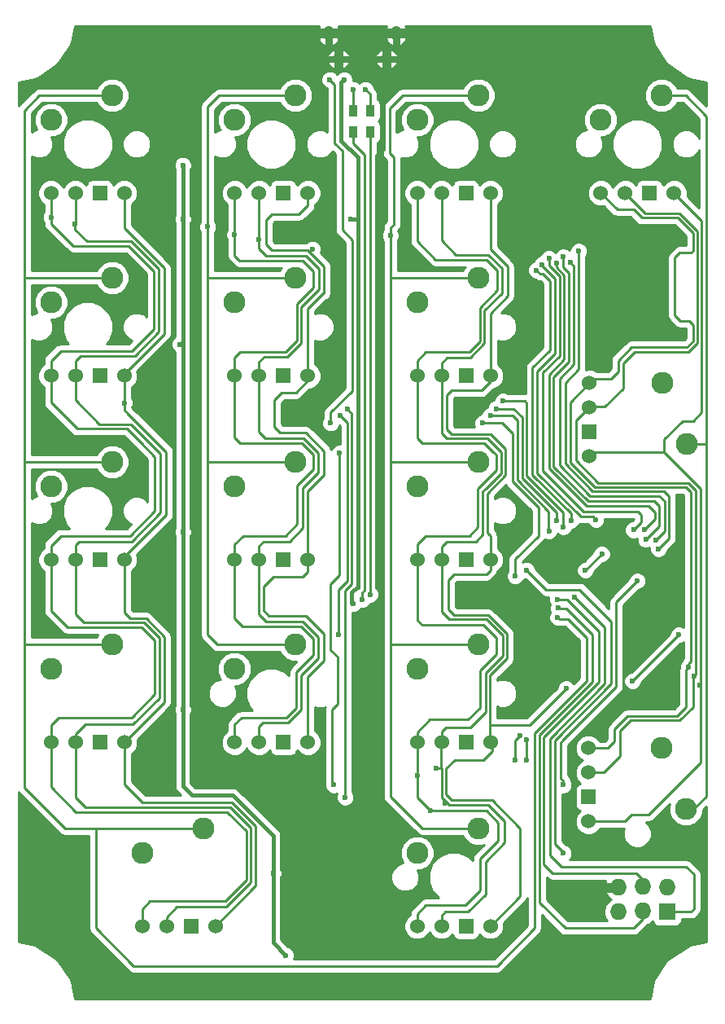
<source format=gtl>
G04 #@! TF.FileFunction,Copper,L1,Top,Signal*
%FSLAX46Y46*%
G04 Gerber Fmt 4.6, Leading zero omitted, Abs format (unit mm)*
G04 Created by KiCad (PCBNEW 4.0.1-stable) date 8/2/2016 8:04:58 AM*
%MOMM*%
G01*
G04 APERTURE LIST*
%ADD10C,0.100000*%
%ADD11O,1.250000X0.950000*%
%ADD12O,1.000000X1.550000*%
%ADD13R,1.727200X1.727200*%
%ADD14O,1.727200X1.727200*%
%ADD15R,0.900000X1.200000*%
%ADD16C,2.286000*%
%ADD17C,1.524000*%
%ADD18R,1.524000X1.524000*%
%ADD19C,0.600000*%
%ADD20C,0.250000*%
%ADD21C,0.400000*%
%ADD22C,0.254000*%
G04 APERTURE END LIST*
D10*
D11*
X144499100Y-52662540D03*
X149499100Y-52662540D03*
D12*
X143499100Y-49962540D03*
X150499100Y-49962540D03*
D13*
X178700000Y-141300000D03*
D14*
X178700000Y-138760000D03*
X176160000Y-141200000D03*
X176160000Y-138660000D03*
X173620000Y-141300000D03*
X173620000Y-138760000D03*
D15*
X146000000Y-60200000D03*
X146000000Y-58000000D03*
X147800000Y-60200000D03*
X147800000Y-58000000D03*
D16*
X120940000Y-56420000D03*
X114590000Y-58960000D03*
D17*
X114590000Y-66580000D03*
X117130000Y-66580000D03*
D18*
X119670000Y-66580000D03*
D17*
X122210000Y-66580000D03*
D16*
X120940000Y-75420000D03*
X114590000Y-77960000D03*
D17*
X114590000Y-85580000D03*
X117130000Y-85580000D03*
D18*
X119670000Y-85580000D03*
D17*
X122210000Y-85580000D03*
D16*
X120940000Y-94520000D03*
X114590000Y-97060000D03*
D17*
X114590000Y-104680000D03*
X117130000Y-104680000D03*
D18*
X119670000Y-104680000D03*
D17*
X122210000Y-104680000D03*
D16*
X120940000Y-113520000D03*
X114590000Y-116060000D03*
D17*
X114590000Y-123680000D03*
X117130000Y-123680000D03*
D18*
X119670000Y-123680000D03*
D17*
X122210000Y-123680000D03*
D16*
X130440000Y-132620000D03*
X124090000Y-135160000D03*
D17*
X124090000Y-142780000D03*
X126630000Y-142780000D03*
D18*
X129170000Y-142780000D03*
D17*
X131710000Y-142780000D03*
D16*
X140040000Y-56420000D03*
X133690000Y-58960000D03*
D17*
X133690000Y-66580000D03*
X136230000Y-66580000D03*
D18*
X138770000Y-66580000D03*
D17*
X141310000Y-66580000D03*
D16*
X140040000Y-75420000D03*
X133690000Y-77960000D03*
D17*
X133690000Y-85580000D03*
X136230000Y-85580000D03*
D18*
X138770000Y-85580000D03*
D17*
X141310000Y-85580000D03*
D16*
X140040000Y-94520000D03*
X133690000Y-97060000D03*
D17*
X133690000Y-104680000D03*
X136230000Y-104680000D03*
D18*
X138770000Y-104680000D03*
D17*
X141310000Y-104680000D03*
D16*
X140040000Y-113520000D03*
X133690000Y-116060000D03*
D17*
X133690000Y-123680000D03*
X136230000Y-123680000D03*
D18*
X138770000Y-123680000D03*
D17*
X141310000Y-123680000D03*
D16*
X159040000Y-56420000D03*
X152690000Y-58960000D03*
D17*
X152690000Y-66580000D03*
X155230000Y-66580000D03*
D18*
X157770000Y-66580000D03*
D17*
X160310000Y-66580000D03*
D16*
X159040000Y-75420000D03*
X152690000Y-77960000D03*
D17*
X152690000Y-85580000D03*
X155230000Y-85580000D03*
D18*
X157770000Y-85580000D03*
D17*
X160310000Y-85580000D03*
D16*
X159040000Y-94520000D03*
X152690000Y-97060000D03*
D17*
X152690000Y-104680000D03*
X155230000Y-104680000D03*
D18*
X157770000Y-104680000D03*
D17*
X160310000Y-104680000D03*
D16*
X159040000Y-113520000D03*
X152690000Y-116060000D03*
D17*
X152690000Y-123680000D03*
X155230000Y-123680000D03*
D18*
X157770000Y-123680000D03*
D17*
X160310000Y-123680000D03*
D16*
X159040000Y-132620000D03*
X152690000Y-135160000D03*
D17*
X152690000Y-142780000D03*
X155230000Y-142780000D03*
D18*
X157770000Y-142780000D03*
D17*
X160310000Y-142780000D03*
D16*
X178140000Y-56420000D03*
X171790000Y-58960000D03*
D17*
X171790000Y-66580000D03*
X174330000Y-66580000D03*
D18*
X176870000Y-66580000D03*
D17*
X179410000Y-66580000D03*
D16*
X180780000Y-92640000D03*
X178240000Y-86290000D03*
D17*
X170620000Y-86290000D03*
X170620000Y-88830000D03*
D18*
X170620000Y-91370000D03*
D17*
X170620000Y-93910000D03*
D16*
X180680000Y-130640000D03*
X178140000Y-124290000D03*
D17*
X170520000Y-124290000D03*
X170520000Y-126830000D03*
D18*
X170520000Y-129370000D03*
D17*
X170520000Y-131910000D03*
D19*
X163300000Y-146700000D03*
X163300000Y-149700000D03*
X177000000Y-117600000D03*
X180100000Y-114000000D03*
X159400000Y-107600000D03*
X171100000Y-69300000D03*
X171100000Y-71500000D03*
X147000000Y-111300000D03*
X148800000Y-82200000D03*
X147000000Y-119700000D03*
X147000000Y-145700000D03*
X167900000Y-139800000D03*
X148900000Y-107400000D03*
X149200000Y-69300000D03*
X148800000Y-54800000D03*
X162900000Y-106400000D03*
X159500000Y-90500000D03*
X143600000Y-54800000D03*
X143700000Y-90500000D03*
X144600000Y-93600000D03*
X144000000Y-128100000D03*
X167900000Y-128100000D03*
X175600000Y-106900000D03*
X166400000Y-101700000D03*
X160300000Y-89700000D03*
X144700000Y-89700000D03*
X144500000Y-112500000D03*
X167200000Y-100600000D03*
X160900000Y-89000000D03*
X145400000Y-89000000D03*
X145200000Y-129400000D03*
X179900000Y-112500000D03*
X175100000Y-117300000D03*
X139000000Y-145800000D03*
X170200000Y-105800000D03*
X171900000Y-104100000D03*
X146000000Y-109300000D03*
X137700000Y-137300000D03*
X128000000Y-82300000D03*
X128300000Y-101800000D03*
X128300000Y-120300000D03*
X128300000Y-63700000D03*
X128300000Y-69300000D03*
X145800000Y-69300000D03*
X145100000Y-54800000D03*
X146000000Y-55800000D03*
X147300000Y-55800000D03*
X169100000Y-108600000D03*
X167400000Y-109700000D03*
X167300000Y-108800000D03*
X167900000Y-135200000D03*
X164100000Y-105800000D03*
X147000000Y-108800000D03*
X147800000Y-108300000D03*
X167300000Y-110700000D03*
X114600000Y-69100000D03*
X166400000Y-73400000D03*
X175200000Y-101600000D03*
X117100000Y-69800000D03*
X165100000Y-74600000D03*
X168700000Y-100600000D03*
X167900000Y-101300000D03*
X161600000Y-88200000D03*
X122200000Y-88400000D03*
X130900000Y-70100000D03*
X168600000Y-73800000D03*
X177500000Y-102700000D03*
X176500000Y-102600000D03*
X167900000Y-73200000D03*
X133700000Y-70900000D03*
X136200000Y-71400000D03*
X167200000Y-73900000D03*
X176300000Y-101600000D03*
X171300000Y-100500000D03*
X165700000Y-74000000D03*
X141800000Y-72400000D03*
X177800000Y-103600000D03*
X169500000Y-72600000D03*
X149900000Y-71000000D03*
X152700000Y-127100000D03*
X164100000Y-125500000D03*
X164100000Y-123400000D03*
X154100000Y-130800000D03*
X163400000Y-123000000D03*
X162900000Y-125500000D03*
X154700000Y-126400000D03*
X155600000Y-130000000D03*
X168200000Y-118100000D03*
X180900000Y-115900000D03*
X181500000Y-116800000D03*
X182100000Y-117700000D03*
D20*
X163300000Y-149700000D02*
X163300000Y-146700000D01*
X171100000Y-69300000D02*
X171100000Y-71500000D01*
X148500000Y-81300000D02*
X148500000Y-81900000D01*
X148500000Y-81900000D02*
X148800000Y-82200000D01*
X148500000Y-107600000D02*
X148500000Y-107700000D01*
D21*
X148500000Y-107200000D02*
X148500000Y-107600000D01*
D20*
X147000000Y-111300000D02*
X147000000Y-119700000D01*
X147000000Y-119700000D02*
X147000000Y-145700000D01*
X148800000Y-109500000D02*
X147000000Y-111300000D01*
X148800000Y-108000000D02*
X148800000Y-109500000D01*
X148500000Y-107700000D02*
X148800000Y-108000000D01*
X173620000Y-138760000D02*
X168940000Y-138760000D01*
X168940000Y-138760000D02*
X167900000Y-139800000D01*
D21*
X148500000Y-107200000D02*
X148700000Y-107200000D01*
X148700000Y-107200000D02*
X148900000Y-107400000D01*
D20*
X148500000Y-69300000D02*
X149200000Y-69300000D01*
D21*
X148500000Y-62700000D02*
X148500000Y-69300000D01*
X148500000Y-69300000D02*
X148500000Y-81300000D01*
X148500000Y-81300000D02*
X148500000Y-107200000D01*
X149200000Y-62000000D02*
X148500000Y-62700000D01*
X149200000Y-55200000D02*
X149200000Y-62000000D01*
X148800000Y-54800000D02*
X149200000Y-55200000D01*
D20*
X162900000Y-106400000D02*
X162900000Y-104600000D01*
X162900000Y-104600000D02*
X165300000Y-102200000D01*
X165300000Y-102200000D02*
X165300000Y-99300000D01*
X165300000Y-99300000D02*
X162600000Y-96600000D01*
X162600000Y-96600000D02*
X162600000Y-91549998D01*
X162600000Y-91549998D02*
X161550002Y-90500000D01*
X161550002Y-90500000D02*
X159500000Y-90500000D01*
X144100000Y-55300000D02*
X143600000Y-54800000D01*
X144100000Y-61400000D02*
X144100000Y-55300000D01*
X144900000Y-62200000D02*
X144100000Y-61400000D01*
X144900000Y-70400000D02*
X144900000Y-62200000D01*
X145974998Y-71474998D02*
X144900000Y-70400000D01*
X145974998Y-87125002D02*
X145974998Y-71474998D01*
X143700000Y-89400000D02*
X145974998Y-87125002D01*
X143700000Y-90500000D02*
X143700000Y-89400000D01*
X173400000Y-117900000D02*
X171300000Y-120000000D01*
X144600000Y-106300000D02*
X144600000Y-93600000D01*
X143700000Y-107200000D02*
X144600000Y-106300000D01*
X143700000Y-114100000D02*
X143700000Y-107200000D01*
X144400000Y-114800000D02*
X143700000Y-114100000D01*
X144400000Y-119700000D02*
X144400000Y-114800000D01*
X143800000Y-120300000D02*
X144400000Y-119700000D01*
X143800000Y-127900000D02*
X143800000Y-120300000D01*
X144000000Y-128100000D02*
X143800000Y-127900000D01*
X167900000Y-127700000D02*
X167900000Y-128100000D01*
X167600000Y-127400000D02*
X167900000Y-127700000D01*
X167600000Y-123700000D02*
X167600000Y-127400000D01*
X167900000Y-123400000D02*
X167600000Y-123700000D01*
X168400000Y-122900000D02*
X167900000Y-123400000D01*
X171300000Y-120000000D02*
X168400000Y-122900000D01*
X175600000Y-106900000D02*
X173400000Y-109100000D01*
X173400000Y-109100000D02*
X173400000Y-117900000D01*
X166400000Y-101700000D02*
X166381801Y-101681801D01*
X166381801Y-101681801D02*
X166381801Y-99681801D01*
X166381801Y-99681801D02*
X163100000Y-96400000D01*
X163100000Y-96400000D02*
X163100000Y-90200000D01*
X163100000Y-90200000D02*
X162600000Y-89700000D01*
X162600000Y-89700000D02*
X160300000Y-89700000D01*
X144700000Y-89700000D02*
X145449998Y-90449998D01*
X145449998Y-90449998D02*
X145449998Y-106850002D01*
X145449998Y-106850002D02*
X144500000Y-107800000D01*
X144500000Y-107800000D02*
X144500000Y-112500000D01*
X167200000Y-100600000D02*
X167200000Y-100000000D01*
X167200000Y-100000000D02*
X167200000Y-99800000D01*
X167200000Y-99800000D02*
X163600000Y-96200000D01*
X163600000Y-96200000D02*
X163600000Y-89900000D01*
X163600000Y-89900000D02*
X162700000Y-89000000D01*
X162700000Y-89000000D02*
X160900000Y-89000000D01*
X145400000Y-89000000D02*
X145900000Y-89500000D01*
X145900000Y-89500000D02*
X145900000Y-107200000D01*
X145900000Y-107200000D02*
X145200000Y-107900000D01*
X145200000Y-107900000D02*
X145200000Y-129400000D01*
X175100000Y-117300000D02*
X179900000Y-112500000D01*
D21*
X137700000Y-137300000D02*
X137700000Y-144500000D01*
X137700000Y-144500000D02*
X139000000Y-145800000D01*
D20*
X170200000Y-105800000D02*
X171900000Y-104100000D01*
D21*
X145900000Y-108100000D02*
X146500000Y-107500000D01*
X145900000Y-109200000D02*
X145900000Y-108100000D01*
X146000000Y-109300000D02*
X145900000Y-109200000D01*
X128300000Y-126600000D02*
X128300000Y-128200000D01*
X137700000Y-133400000D02*
X137700000Y-137300000D01*
X133500000Y-129200000D02*
X137700000Y-133400000D01*
X129300000Y-129200000D02*
X133500000Y-129200000D01*
X128300000Y-128200000D02*
X129300000Y-129200000D01*
X128300000Y-81700000D02*
X128300000Y-82000000D01*
X128300000Y-82000000D02*
X128000000Y-82300000D01*
X128300000Y-69300000D02*
X128300000Y-81700000D01*
X128300000Y-81700000D02*
X128300000Y-101800000D01*
X128300000Y-101800000D02*
X128300000Y-120300000D01*
X128300000Y-120300000D02*
X128300000Y-126600000D01*
X128300000Y-126600000D02*
X128300000Y-126700000D01*
X146500000Y-69300000D02*
X145800000Y-69300000D01*
X128300000Y-69300000D02*
X128300000Y-63700000D01*
X146500000Y-62900000D02*
X146500000Y-69300000D01*
X146500000Y-69300000D02*
X146500000Y-107500000D01*
X146500000Y-107500000D02*
X146500000Y-107600000D01*
X144800000Y-61200000D02*
X146500000Y-62900000D01*
X144800000Y-55100000D02*
X144800000Y-61200000D01*
X145100000Y-54800000D02*
X144800000Y-55100000D01*
D20*
X146000000Y-55800000D02*
X146000000Y-58000000D01*
X147800000Y-56300000D02*
X147800000Y-58000000D01*
X147300000Y-55800000D02*
X147800000Y-56300000D01*
X166500000Y-125400000D02*
X166500000Y-123300000D01*
X166500000Y-135400000D02*
X167700000Y-136600000D01*
X167700000Y-136600000D02*
X180700000Y-136600000D01*
X180700000Y-136600000D02*
X181500000Y-137400000D01*
X181500000Y-137400000D02*
X181500000Y-141000000D01*
X181500000Y-141000000D02*
X181200000Y-141300000D01*
X178700000Y-141300000D02*
X181200000Y-141300000D01*
X166500000Y-125400000D02*
X166500000Y-134600000D01*
X166500000Y-134600000D02*
X166500000Y-135400000D01*
X166500000Y-123300000D02*
X172200000Y-117600000D01*
X172200000Y-111700000D02*
X172200000Y-117600000D01*
X169100000Y-108600000D02*
X172200000Y-111700000D01*
X165400000Y-124600000D02*
X165400000Y-122900000D01*
X165400000Y-140300000D02*
X168100000Y-143000000D01*
X168100000Y-143000000D02*
X175200000Y-143000000D01*
X176160000Y-142040000D02*
X175200000Y-143000000D01*
X165400000Y-124600000D02*
X165400000Y-140300000D01*
X170900000Y-117400000D02*
X170900000Y-117300000D01*
X165400000Y-122900000D02*
X170900000Y-117400000D01*
X170900000Y-112500000D02*
X170900000Y-117300000D01*
X167400000Y-109700000D02*
X167500000Y-109800000D01*
X167500000Y-109800000D02*
X168200000Y-109800000D01*
X168200000Y-109800000D02*
X170900000Y-112500000D01*
X176160000Y-142040000D02*
X176160000Y-141300000D01*
X165850002Y-125200000D02*
X165850002Y-123149998D01*
X165850002Y-123149998D02*
X171600000Y-117400000D01*
X165850002Y-135100000D02*
X165850002Y-136350002D01*
X175500000Y-137300000D02*
X176160000Y-137960000D01*
X166800000Y-137300000D02*
X175500000Y-137300000D01*
X165850002Y-136350002D02*
X166800000Y-137300000D01*
X176160000Y-137960000D02*
X176160000Y-138760000D01*
X171600000Y-112100000D02*
X171600000Y-117400000D01*
X168300000Y-108800000D02*
X171600000Y-112100000D01*
X167300000Y-108800000D02*
X168300000Y-108800000D01*
X165850002Y-125149998D02*
X165850002Y-125200000D01*
X165850002Y-125200000D02*
X165850002Y-135100000D01*
X165850002Y-135100000D02*
X165850002Y-135150002D01*
X167900000Y-135200000D02*
X167900000Y-135100000D01*
X167000000Y-123500000D02*
X172900000Y-117600000D01*
X167000000Y-134200000D02*
X167000000Y-123500000D01*
X167900000Y-135100000D02*
X167000000Y-134200000D01*
X172900000Y-111100000D02*
X172900000Y-117600000D01*
X164100000Y-105800000D02*
X166100000Y-107800000D01*
X166100000Y-107800000D02*
X169600000Y-107800000D01*
X169600000Y-107800000D02*
X172900000Y-111100000D01*
X147200000Y-107700000D02*
X147200000Y-107900000D01*
X146000000Y-61400000D02*
X147200000Y-62600000D01*
X147200000Y-62600000D02*
X147200000Y-107700000D01*
X146000000Y-60200000D02*
X146000000Y-61400000D01*
X147000000Y-108100000D02*
X147000000Y-108800000D01*
X147200000Y-107900000D02*
X147000000Y-108100000D01*
X147800000Y-108300000D02*
X147800000Y-107700000D01*
X147800000Y-60200000D02*
X147800000Y-107700000D01*
X139900000Y-146900000D02*
X161000000Y-146900000D01*
X168400000Y-110900000D02*
X170300000Y-112800000D01*
X167500000Y-110900000D02*
X168400000Y-110900000D01*
X167300000Y-110700000D02*
X167500000Y-110900000D01*
X170300000Y-112800000D02*
X170300000Y-117300000D01*
X164900000Y-122700000D02*
X170300000Y-117300000D01*
X164900000Y-141700000D02*
X164900000Y-143000000D01*
X164900000Y-123800000D02*
X164900000Y-141700000D01*
X164900000Y-123800000D02*
X164900000Y-122700000D01*
X161000000Y-146900000D02*
X164900000Y-143000000D01*
X140000000Y-146900000D02*
X139900000Y-146900000D01*
X139900000Y-146900000D02*
X123200000Y-146900000D01*
X123200000Y-146900000D02*
X119300000Y-143000000D01*
X119300000Y-132620000D02*
X119300000Y-143000000D01*
X120940000Y-113520000D02*
X111800000Y-113520000D01*
X120940000Y-94520000D02*
X111800000Y-94520000D01*
X111800000Y-94520000D02*
X111800000Y-94500000D01*
X120940000Y-75420000D02*
X111800000Y-75420000D01*
X111800000Y-75420000D02*
X111800000Y-75400000D01*
X120940000Y-56420000D02*
X113380000Y-56420000D01*
X116020000Y-132620000D02*
X119300000Y-132620000D01*
X119300000Y-132620000D02*
X130440000Y-132620000D01*
X111800000Y-128400000D02*
X116020000Y-132620000D01*
X111800000Y-58000000D02*
X111800000Y-75400000D01*
X111800000Y-75400000D02*
X111800000Y-94500000D01*
X111800000Y-94500000D02*
X111800000Y-113520000D01*
X111800000Y-113520000D02*
X111800000Y-128400000D01*
X113380000Y-56420000D02*
X111800000Y-58000000D01*
X114590000Y-88300000D02*
X114590000Y-88390000D01*
X114590000Y-85580000D02*
X114590000Y-88300000D01*
X123750000Y-92350000D02*
X124000000Y-92600000D01*
X124000000Y-92600000D02*
X125400000Y-94000000D01*
X125400000Y-94000000D02*
X125400000Y-99600000D01*
X125400000Y-99600000D02*
X122800000Y-102200000D01*
X122800000Y-102200000D02*
X115600000Y-102200000D01*
X115600000Y-102200000D02*
X114590000Y-103210000D01*
X114590000Y-103210000D02*
X114590000Y-104680000D01*
X122500000Y-91100000D02*
X123750000Y-92350000D01*
X117300000Y-91100000D02*
X122500000Y-91100000D01*
X114590000Y-88390000D02*
X117300000Y-91100000D01*
X114600000Y-69100000D02*
X114600000Y-69800000D01*
X123800000Y-73200000D02*
X124200000Y-73600000D01*
X114590000Y-84010000D02*
X114590000Y-85580000D01*
X115600000Y-83000000D02*
X114590000Y-84010000D01*
X123000000Y-83000000D02*
X115600000Y-83000000D01*
X125300000Y-80700000D02*
X123000000Y-83000000D01*
X125300000Y-74700000D02*
X125300000Y-80700000D01*
X124200000Y-73600000D02*
X125300000Y-74700000D01*
X122700000Y-72100000D02*
X123800000Y-73200000D01*
X116900000Y-72100000D02*
X122700000Y-72100000D01*
X114600000Y-69800000D02*
X116900000Y-72100000D01*
X114600000Y-128300000D02*
X114600000Y-123690000D01*
X114600000Y-123690000D02*
X114590000Y-123680000D01*
X114590000Y-123680000D02*
X114590000Y-121910000D01*
X114590000Y-104680000D02*
X114590000Y-109990000D01*
X115400000Y-121100000D02*
X114590000Y-121910000D01*
X123000000Y-121100000D02*
X115400000Y-121100000D01*
X125400000Y-118700000D02*
X123000000Y-121100000D01*
X125400000Y-113100000D02*
X125400000Y-118700000D01*
X124000000Y-111700000D02*
X125400000Y-113100000D01*
X116300000Y-111700000D02*
X124000000Y-111700000D01*
X114590000Y-109990000D02*
X116300000Y-111700000D01*
X114600000Y-69100000D02*
X114590000Y-69100000D01*
X166400000Y-74136398D02*
X166400000Y-73400000D01*
X167500000Y-75236398D02*
X166400000Y-74136398D01*
X167500000Y-83500000D02*
X167500000Y-75236398D01*
X165800000Y-85200000D02*
X167500000Y-83500000D01*
X165800000Y-95500000D02*
X165800000Y-85200000D01*
X170000000Y-99700000D02*
X165800000Y-95500000D01*
X175649998Y-99700000D02*
X170000000Y-99700000D01*
X176000000Y-100050002D02*
X175649998Y-99700000D01*
X176000000Y-100800000D02*
X176000000Y-100050002D01*
X175200000Y-101600000D02*
X176000000Y-100800000D01*
X124090000Y-141010000D02*
X124090000Y-142780000D01*
X124900000Y-140200000D02*
X124090000Y-141010000D01*
X132700000Y-140200000D02*
X124900000Y-140200000D01*
X134900000Y-138000000D02*
X132700000Y-140200000D01*
X134900000Y-132900000D02*
X134900000Y-138000000D01*
X132900000Y-130900000D02*
X134900000Y-132900000D01*
X117200000Y-130900000D02*
X132900000Y-130900000D01*
X114590000Y-128290000D02*
X114600000Y-128300000D01*
X114600000Y-128300000D02*
X117200000Y-130900000D01*
X114590000Y-66580000D02*
X114590000Y-69100000D01*
X117130000Y-85580000D02*
X117130000Y-88130000D01*
X124100000Y-91800000D02*
X124300000Y-92000000D01*
X117130000Y-103170000D02*
X117130000Y-104680000D01*
X117500000Y-102800000D02*
X117130000Y-103170000D01*
X123000000Y-102800000D02*
X117500000Y-102800000D01*
X126000000Y-99800000D02*
X123000000Y-102800000D01*
X126000000Y-93700000D02*
X126000000Y-99800000D01*
X124300000Y-92000000D02*
X126000000Y-93700000D01*
X122900000Y-90600000D02*
X124100000Y-91800000D01*
X119600000Y-90600000D02*
X122900000Y-90600000D01*
X117130000Y-88130000D02*
X119600000Y-90600000D01*
X117100000Y-69800000D02*
X117100000Y-70400000D01*
X124000000Y-72700000D02*
X124400000Y-73100000D01*
X117130000Y-84070000D02*
X117130000Y-85580000D01*
X117700000Y-83500000D02*
X117130000Y-84070000D01*
X123300000Y-83500000D02*
X117700000Y-83500000D01*
X125800000Y-81000000D02*
X123300000Y-83500000D01*
X125800000Y-74500000D02*
X125800000Y-81000000D01*
X124400000Y-73100000D02*
X125800000Y-74500000D01*
X122918199Y-71618199D02*
X124000000Y-72700000D01*
X118318199Y-71618199D02*
X122918199Y-71618199D01*
X117100000Y-70400000D02*
X118318199Y-71618199D01*
X117150000Y-122850000D02*
X117150000Y-123660000D01*
X117150000Y-123660000D02*
X117130000Y-123680000D01*
X117130000Y-123680000D02*
X117130000Y-129379998D01*
X117100000Y-69800000D02*
X117130000Y-69800000D01*
X165500000Y-75000000D02*
X165100000Y-74600000D01*
X165800000Y-75000000D02*
X165500000Y-75000000D01*
X166500000Y-75700000D02*
X165800000Y-75000000D01*
X166500000Y-76400000D02*
X166500000Y-75700000D01*
X166500000Y-82900000D02*
X166500000Y-76400000D01*
X164700000Y-84700000D02*
X166500000Y-82900000D01*
X164700000Y-95900000D02*
X164700000Y-84700000D01*
X168700000Y-99900000D02*
X164700000Y-95900000D01*
X168700000Y-100100000D02*
X168700000Y-99900000D01*
X168700000Y-100600000D02*
X168700000Y-100100000D01*
X117130000Y-104680000D02*
X117130000Y-110379998D01*
X118200000Y-121800000D02*
X117150000Y-122850000D01*
X119010000Y-121800000D02*
X118200000Y-121800000D01*
X123100000Y-121800000D02*
X119010000Y-121800000D01*
X125850002Y-119049998D02*
X123100000Y-121800000D01*
X125850002Y-112850002D02*
X125850002Y-119049998D01*
X124249998Y-111249998D02*
X125850002Y-112850002D01*
X118000000Y-111249998D02*
X124249998Y-111249998D01*
X117130000Y-110379998D02*
X118000000Y-111249998D01*
X126630000Y-141819998D02*
X126630000Y-142780000D01*
X127649998Y-140800000D02*
X126630000Y-141819998D01*
X132800000Y-140800000D02*
X127649998Y-140800000D01*
X135350002Y-138249998D02*
X132800000Y-140800000D01*
X135350002Y-132550002D02*
X135350002Y-138249998D01*
X133249998Y-130449998D02*
X135350002Y-132550002D01*
X118200000Y-130449998D02*
X133249998Y-130449998D01*
X117130000Y-129379998D02*
X118200000Y-130449998D01*
X117150000Y-122850000D02*
X117130000Y-122870000D01*
X117130000Y-66580000D02*
X117130000Y-69800000D01*
X126600000Y-93500000D02*
X122600000Y-89500000D01*
X122210000Y-104390000D02*
X126600000Y-100000000D01*
X126600000Y-93500000D02*
X126600000Y-100000000D01*
X122200000Y-89100000D02*
X122200000Y-88400000D01*
X122600000Y-89500000D02*
X122200000Y-89100000D01*
X122210000Y-66580000D02*
X122210000Y-70210000D01*
X124600000Y-72600000D02*
X126400000Y-74400000D01*
X126400000Y-74400000D02*
X126400000Y-81200000D01*
X126400000Y-81200000D02*
X122210000Y-85390000D01*
X122210000Y-70210000D02*
X124600000Y-72600000D01*
X167900000Y-101300000D02*
X167900000Y-99800000D01*
X167900000Y-99800000D02*
X164100000Y-96000000D01*
X164100000Y-96000000D02*
X164100000Y-88400000D01*
X164100000Y-88400000D02*
X163900000Y-88200000D01*
X163900000Y-88200000D02*
X161600000Y-88200000D01*
X122200000Y-88400000D02*
X122210000Y-88400000D01*
X122210000Y-85580000D02*
X122210000Y-88400000D01*
X122210000Y-104680000D02*
X122210000Y-110209996D01*
X126400000Y-119500000D02*
X122220000Y-123680000D01*
X126400000Y-112700000D02*
X126400000Y-119500000D01*
X124499996Y-110799996D02*
X126400000Y-112700000D01*
X122800000Y-110799996D02*
X124499996Y-110799996D01*
X122210000Y-110209996D02*
X122800000Y-110799996D01*
X122220000Y-123680000D02*
X122220000Y-128020000D01*
X135900000Y-138590000D02*
X131710000Y-142780000D01*
X135900000Y-132400000D02*
X135900000Y-138590000D01*
X133400000Y-129900000D02*
X135900000Y-132400000D01*
X124100000Y-129900000D02*
X133400000Y-129900000D01*
X122220000Y-128020000D02*
X124100000Y-129900000D01*
X122210000Y-104390000D02*
X122210000Y-104680000D01*
X122210000Y-85390000D02*
X122210000Y-85580000D01*
X140040000Y-75420000D02*
X130900000Y-75420000D01*
X169000000Y-74200000D02*
X168600000Y-73800000D01*
X169000000Y-84400000D02*
X169000000Y-74200000D01*
X167500000Y-85900000D02*
X169000000Y-84400000D01*
X167500000Y-94900000D02*
X167500000Y-85900000D01*
X170650006Y-98050006D02*
X167500000Y-94900000D01*
X177900004Y-98050006D02*
X170650006Y-98050006D01*
X178449998Y-98600000D02*
X177900004Y-98050006D01*
X178449998Y-101750002D02*
X178449998Y-98600000D01*
X177500000Y-102700000D02*
X178449998Y-101750002D01*
X140040000Y-94520000D02*
X130900000Y-94520000D01*
X131000000Y-94500000D02*
X130900000Y-94500000D01*
X130920000Y-94500000D02*
X131000000Y-94500000D01*
X130900000Y-94520000D02*
X130920000Y-94500000D01*
X140040000Y-56420000D02*
X132080000Y-56420000D01*
X131920000Y-113520000D02*
X140040000Y-113520000D01*
X130900000Y-112500000D02*
X131920000Y-113520000D01*
X130900000Y-57600000D02*
X130900000Y-70100000D01*
X130900000Y-70100000D02*
X130900000Y-75420000D01*
X130900000Y-75420000D02*
X130900000Y-94500000D01*
X130900000Y-94500000D02*
X130900000Y-112500000D01*
X132080000Y-56420000D02*
X130900000Y-57600000D01*
X133690000Y-104680000D02*
X133690000Y-103110000D01*
X133700000Y-92000000D02*
X133690000Y-91990000D01*
X134600000Y-102200000D02*
X133690000Y-103110000D01*
X135200000Y-102200000D02*
X134600000Y-102200000D01*
X139000000Y-102200000D02*
X135200000Y-102200000D01*
X140200000Y-101000000D02*
X139000000Y-102200000D01*
X140200000Y-97000000D02*
X140200000Y-101000000D01*
X141900000Y-95300000D02*
X140200000Y-97000000D01*
X141900000Y-93800000D02*
X141900000Y-95300000D01*
X140700000Y-92600000D02*
X141900000Y-93800000D01*
X134300000Y-92600000D02*
X140700000Y-92600000D01*
X133690000Y-91990000D02*
X134300000Y-92600000D01*
X133700000Y-92000000D02*
X133700000Y-85570000D01*
X133690000Y-104680000D02*
X133700000Y-104690000D01*
X133700000Y-104690000D02*
X133700000Y-110800000D01*
X133700000Y-83700000D02*
X133700000Y-85570000D01*
X133690000Y-110790000D02*
X133700000Y-110800000D01*
X133700000Y-110800000D02*
X134500000Y-111600000D01*
X134500000Y-111600000D02*
X140600000Y-111600000D01*
X140600000Y-111600000D02*
X141900000Y-112900000D01*
X141900000Y-112900000D02*
X141900000Y-114600000D01*
X141900000Y-114600000D02*
X140100000Y-116400000D01*
X140100000Y-116400000D02*
X140100000Y-120100000D01*
X140100000Y-120100000D02*
X139100000Y-121100000D01*
X139100000Y-121100000D02*
X134400000Y-121100000D01*
X134400000Y-121100000D02*
X133690000Y-121810000D01*
X133690000Y-121810000D02*
X133690000Y-123680000D01*
X176500000Y-102600000D02*
X177900000Y-101200000D01*
X177900000Y-101200000D02*
X177900000Y-99100000D01*
X177900000Y-99100000D02*
X177400000Y-98600000D01*
X177400000Y-98600000D02*
X170500000Y-98600000D01*
X170500000Y-98600000D02*
X166900000Y-95000000D01*
X166900000Y-95000000D02*
X166900000Y-85700000D01*
X166900000Y-85700000D02*
X168500000Y-84100000D01*
X168500000Y-84100000D02*
X168500000Y-74900000D01*
X168500000Y-74900000D02*
X167900000Y-74300000D01*
X167900000Y-74300000D02*
X167900000Y-73200000D01*
X133700000Y-70900000D02*
X133690000Y-70900000D01*
X133690000Y-66580000D02*
X133690000Y-70900000D01*
X133690000Y-70900000D02*
X133690000Y-73090000D01*
X134300000Y-83100000D02*
X133700000Y-83700000D01*
X133700000Y-83700000D02*
X133690000Y-83710000D01*
X139000000Y-83100000D02*
X134300000Y-83100000D01*
X140200000Y-81900000D02*
X139000000Y-83100000D01*
X140200000Y-78100000D02*
X140200000Y-81900000D01*
X141900000Y-76400000D02*
X140200000Y-78100000D01*
X141900000Y-74700000D02*
X141900000Y-76400000D01*
X140800000Y-73600000D02*
X141900000Y-74700000D01*
X134200000Y-73600000D02*
X140800000Y-73600000D01*
X133690000Y-73090000D02*
X134200000Y-73600000D01*
X136230000Y-104680000D02*
X136230000Y-103270000D01*
X136230000Y-91430000D02*
X136900000Y-92100000D01*
X136900000Y-92100000D02*
X140900000Y-92100000D01*
X140900000Y-92100000D02*
X142400000Y-93600000D01*
X142400000Y-93600000D02*
X142400000Y-95600000D01*
X142400000Y-95600000D02*
X140800000Y-97200000D01*
X140800000Y-97200000D02*
X140800000Y-101400000D01*
X140800000Y-101400000D02*
X139400000Y-102800000D01*
X139400000Y-102800000D02*
X136700000Y-102800000D01*
X136700000Y-102800000D02*
X136230000Y-103270000D01*
X136230000Y-91430000D02*
X136230000Y-85580000D01*
X136230000Y-104680000D02*
X136230000Y-110330000D01*
X136250000Y-84150000D02*
X136250000Y-85560000D01*
X136250000Y-85560000D02*
X136230000Y-85580000D01*
X136200000Y-71400000D02*
X136230000Y-71400000D01*
X167200000Y-74300000D02*
X167200000Y-73900000D01*
X168000000Y-75100000D02*
X167200000Y-74300000D01*
X168000000Y-83900000D02*
X168000000Y-75100000D01*
X166400000Y-85500000D02*
X168000000Y-83900000D01*
X166400000Y-95200000D02*
X166400000Y-85500000D01*
X170300000Y-99100000D02*
X166400000Y-95200000D01*
X176749998Y-99100000D02*
X170300000Y-99100000D01*
X177449998Y-99800000D02*
X176749998Y-99100000D01*
X177449998Y-100450002D02*
X177449998Y-99800000D01*
X176300000Y-101600000D02*
X177449998Y-100450002D01*
X136230000Y-66580000D02*
X136230000Y-71400000D01*
X136230000Y-71400000D02*
X136230000Y-72330000D01*
X136230000Y-122019998D02*
X136230000Y-123680000D01*
X136649998Y-121600000D02*
X136230000Y-122019998D01*
X139300000Y-121600000D02*
X136649998Y-121600000D01*
X140600000Y-120300000D02*
X139300000Y-121600000D01*
X140600000Y-116700000D02*
X140600000Y-120300000D01*
X142400000Y-114900000D02*
X140600000Y-116700000D01*
X142400000Y-112700000D02*
X142400000Y-114900000D01*
X140800000Y-111100000D02*
X142400000Y-112700000D01*
X137000000Y-111100000D02*
X140800000Y-111100000D01*
X136230000Y-110330000D02*
X137000000Y-111100000D01*
X136800000Y-83600000D02*
X136250000Y-84150000D01*
X136250000Y-84150000D02*
X136230000Y-84170000D01*
X139200000Y-83600000D02*
X136800000Y-83600000D01*
X140650002Y-82149998D02*
X139200000Y-83600000D01*
X140650002Y-78449998D02*
X140650002Y-82149998D01*
X142500000Y-76600000D02*
X140650002Y-78449998D01*
X142500000Y-74500000D02*
X142500000Y-76600000D01*
X141100000Y-73100000D02*
X142500000Y-74500000D01*
X137000000Y-73100000D02*
X141100000Y-73100000D01*
X136230000Y-72330000D02*
X137000000Y-73100000D01*
X171300000Y-100500000D02*
X171000000Y-100200000D01*
X171000000Y-100200000D02*
X169700000Y-100200000D01*
X169700000Y-100200000D02*
X165200000Y-95700000D01*
X165200000Y-95700000D02*
X165200000Y-85100000D01*
X165200000Y-85100000D02*
X167049998Y-83250002D01*
X167049998Y-83250002D02*
X167049998Y-75449998D01*
X167049998Y-75449998D02*
X165700000Y-74100000D01*
X165700000Y-74100000D02*
X165700000Y-74000000D01*
X141800000Y-72400000D02*
X141500000Y-72700000D01*
X143000000Y-77000000D02*
X142900000Y-77000000D01*
X141310000Y-67890000D02*
X140400000Y-68800000D01*
X140400000Y-68800000D02*
X137600000Y-68800000D01*
X137600000Y-68800000D02*
X137000000Y-69400000D01*
X137000000Y-69400000D02*
X137000000Y-71900000D01*
X137000000Y-71900000D02*
X137600000Y-72500000D01*
X137600000Y-72500000D02*
X141300000Y-72500000D01*
X141300000Y-72500000D02*
X141500000Y-72700000D01*
X141500000Y-72700000D02*
X143000000Y-74200000D01*
X143000000Y-74200000D02*
X143000000Y-77000000D01*
X141310000Y-66580000D02*
X141310000Y-67890000D01*
X141310000Y-78590000D02*
X141310000Y-86090000D01*
X142900000Y-77000000D02*
X141310000Y-78590000D01*
X141310000Y-86090000D02*
X140100000Y-87300000D01*
X140100000Y-87300000D02*
X138600000Y-87300000D01*
X138600000Y-87300000D02*
X137800000Y-88100000D01*
X137800000Y-88100000D02*
X137800000Y-90900000D01*
X137800000Y-90900000D02*
X138400000Y-91500000D01*
X138400000Y-91500000D02*
X141100000Y-91500000D01*
X141100000Y-91500000D02*
X143000000Y-93400000D01*
X143000000Y-93400000D02*
X143000000Y-95900000D01*
X143000000Y-95900000D02*
X141300000Y-97600000D01*
X141300000Y-97600000D02*
X141300000Y-104670000D01*
X141300000Y-104670000D02*
X141400000Y-104770000D01*
X141400000Y-104770000D02*
X141310000Y-104680000D01*
X141310000Y-104680000D02*
X141310000Y-105990000D01*
X141310000Y-105990000D02*
X140800000Y-106500000D01*
X140800000Y-106500000D02*
X137700000Y-106500000D01*
X137700000Y-106500000D02*
X136680002Y-107519998D01*
X136680002Y-107519998D02*
X136680002Y-109980002D01*
X136680002Y-109980002D02*
X137200000Y-110500000D01*
X137200000Y-110500000D02*
X141100000Y-110500000D01*
X141100000Y-110500000D02*
X143000000Y-112400000D01*
X143000000Y-112400000D02*
X143000000Y-115200000D01*
X143000000Y-115200000D02*
X141310000Y-116890000D01*
X141310000Y-116890000D02*
X141310000Y-123680000D01*
X177800000Y-103600000D02*
X178900000Y-102500000D01*
X178900000Y-102500000D02*
X178900000Y-98100004D01*
X178900000Y-98100004D02*
X178400000Y-97600004D01*
X178400000Y-97600004D02*
X170963606Y-97600004D01*
X170963606Y-97600004D02*
X168100000Y-94736398D01*
X168100000Y-94736398D02*
X168100000Y-86300000D01*
X168100000Y-86300000D02*
X169500000Y-84900000D01*
X169500000Y-84900000D02*
X169500000Y-72600000D01*
X159040000Y-75420000D02*
X149900000Y-75420000D01*
X150000000Y-75500000D02*
X149900000Y-75500000D01*
X149980000Y-75500000D02*
X150000000Y-75500000D01*
X149900000Y-75420000D02*
X149980000Y-75500000D01*
X159040000Y-94520000D02*
X149900000Y-94520000D01*
X149900000Y-94520000D02*
X149900000Y-94500000D01*
X159040000Y-113520000D02*
X149900000Y-113520000D01*
X149900000Y-113520000D02*
X149900000Y-113500000D01*
X149900000Y-107300000D02*
X149900000Y-113500000D01*
X149900000Y-113500000D02*
X149900000Y-129300000D01*
X153220000Y-132620000D02*
X159040000Y-132620000D01*
X149900000Y-129300000D02*
X153220000Y-132620000D01*
X159040000Y-56420000D02*
X151180000Y-56420000D01*
X149900000Y-70200000D02*
X149900000Y-71000000D01*
X150300000Y-69800000D02*
X149900000Y-70200000D01*
X150300000Y-62900000D02*
X150300000Y-69800000D01*
X149800000Y-62400000D02*
X150300000Y-62900000D01*
X149800000Y-57800000D02*
X149800000Y-62400000D01*
X151180000Y-56420000D02*
X149800000Y-57800000D01*
X149900000Y-71000000D02*
X149900000Y-75500000D01*
X149900000Y-75500000D02*
X149900000Y-94500000D01*
X149900000Y-94500000D02*
X149900000Y-107300000D01*
X149900000Y-107300000D02*
X149900000Y-107500000D01*
X152700000Y-122600000D02*
X152700000Y-123670000D01*
X152700000Y-123670000D02*
X152690000Y-123680000D01*
X152690000Y-123680000D02*
X152690000Y-127090000D01*
X152690000Y-127090000D02*
X152700000Y-127100000D01*
X152700000Y-84000000D02*
X152700000Y-85570000D01*
X152700000Y-85570000D02*
X152690000Y-85580000D01*
X152690000Y-85580000D02*
X152690000Y-92090000D01*
X159200000Y-97100000D02*
X159000000Y-97300000D01*
X152690000Y-71590000D02*
X154600000Y-73500000D01*
X154600000Y-73500000D02*
X159900000Y-73500000D01*
X159900000Y-73500000D02*
X161000000Y-74600000D01*
X161000000Y-74600000D02*
X161000000Y-76700000D01*
X161000000Y-76700000D02*
X159200000Y-78500000D01*
X159200000Y-78500000D02*
X159200000Y-82000000D01*
X159200000Y-82000000D02*
X158100000Y-83100000D01*
X158100000Y-83100000D02*
X153600000Y-83100000D01*
X153600000Y-83100000D02*
X152700000Y-84000000D01*
X152700000Y-84000000D02*
X152690000Y-84010000D01*
X152690000Y-92090000D02*
X153200000Y-92600000D01*
X153200000Y-92600000D02*
X159700000Y-92600000D01*
X159700000Y-92600000D02*
X160600000Y-93500000D01*
X160600000Y-93500000D02*
X160900000Y-93800000D01*
X160900000Y-93800000D02*
X160900000Y-95100000D01*
X160900000Y-95100000D02*
X160900000Y-95400000D01*
X160900000Y-95400000D02*
X159200000Y-97100000D01*
X158000000Y-102200000D02*
X153600000Y-102200000D01*
X153600000Y-102200000D02*
X152700000Y-103100000D01*
X152700000Y-104670000D02*
X152700000Y-103100000D01*
X152690000Y-71590000D02*
X152690000Y-66580000D01*
X158100000Y-102200000D02*
X158000000Y-102200000D01*
X159000000Y-101300000D02*
X158100000Y-102200000D01*
X159000000Y-100500000D02*
X159000000Y-101300000D01*
X159000000Y-100100000D02*
X159000000Y-100500000D01*
X159000000Y-97300000D02*
X159000000Y-100100000D01*
X152700000Y-127100000D02*
X152690000Y-127100000D01*
X164100000Y-123400000D02*
X164100000Y-125500000D01*
X152690000Y-141510000D02*
X152690000Y-142780000D01*
X153600000Y-140600000D02*
X152690000Y-141510000D01*
X157700000Y-140600000D02*
X153600000Y-140600000D01*
X159200000Y-139100000D02*
X157700000Y-140600000D01*
X159200000Y-135800000D02*
X159200000Y-139100000D01*
X161100000Y-133900000D02*
X159200000Y-135800000D01*
X161100000Y-132000000D02*
X161100000Y-133900000D01*
X159900000Y-130800000D02*
X161100000Y-132000000D01*
X154100000Y-130800000D02*
X159900000Y-130800000D01*
X152690000Y-129390000D02*
X154100000Y-130800000D01*
X152690000Y-127100000D02*
X152690000Y-129390000D01*
X152700000Y-104670000D02*
X152700000Y-111000000D01*
X154000000Y-121300000D02*
X152700000Y-122600000D01*
X152700000Y-122600000D02*
X152690000Y-122610000D01*
X158000000Y-121300000D02*
X154000000Y-121300000D01*
X159200000Y-120100000D02*
X158000000Y-121300000D01*
X159200000Y-116200000D02*
X159200000Y-120100000D01*
X160900000Y-114500000D02*
X159200000Y-116200000D01*
X160900000Y-112800000D02*
X160900000Y-114500000D01*
X159600000Y-111500000D02*
X160900000Y-112800000D01*
X153200000Y-111500000D02*
X159600000Y-111500000D01*
X152700000Y-111000000D02*
X153200000Y-111500000D01*
X155230000Y-123680000D02*
X155230000Y-122570000D01*
X155230000Y-110079998D02*
X155300000Y-110149998D01*
X155300000Y-110149998D02*
X156050002Y-110900000D01*
X156050002Y-110900000D02*
X159900000Y-110900000D01*
X159900000Y-110900000D02*
X161600000Y-112600000D01*
X161600000Y-112600000D02*
X161600000Y-114700000D01*
X161600000Y-114700000D02*
X159800000Y-116500000D01*
X159800000Y-116500000D02*
X159800000Y-120500000D01*
X159800000Y-120500000D02*
X158200000Y-122100000D01*
X158200000Y-122100000D02*
X155700000Y-122100000D01*
X155700000Y-122100000D02*
X155230000Y-122570000D01*
X155230000Y-110079998D02*
X155230000Y-104680000D01*
X155230000Y-123680000D02*
X155200000Y-123710000D01*
X155200000Y-123710000D02*
X155200000Y-126400000D01*
X155230000Y-104680000D02*
X155230000Y-103370000D01*
X155230000Y-91530000D02*
X155230000Y-85580000D01*
X158600000Y-102800000D02*
X158800000Y-102800000D01*
X155230000Y-91530000D02*
X155800000Y-92100000D01*
X155800000Y-92100000D02*
X160000000Y-92100000D01*
X160000000Y-92100000D02*
X161400000Y-93500000D01*
X161400000Y-93500000D02*
X161400000Y-95700000D01*
X161400000Y-95700000D02*
X159800000Y-97300000D01*
X158600000Y-102800000D02*
X155800000Y-102800000D01*
X155800000Y-102800000D02*
X155230000Y-103370000D01*
X159500000Y-97600000D02*
X159800000Y-97300000D01*
X159500000Y-102100000D02*
X159500000Y-97600000D01*
X158800000Y-102800000D02*
X159500000Y-102100000D01*
X155230000Y-104680000D02*
X155300000Y-104750000D01*
X155250000Y-84250000D02*
X155250000Y-85560000D01*
X155250000Y-85560000D02*
X155230000Y-85580000D01*
X155230000Y-71530000D02*
X156700000Y-73000000D01*
X156700000Y-73000000D02*
X160100000Y-73000000D01*
X160100000Y-73000000D02*
X161500000Y-74400000D01*
X161500000Y-74400000D02*
X161500000Y-77000000D01*
X161500000Y-77000000D02*
X159700000Y-78800000D01*
X159700000Y-78800000D02*
X159700000Y-82200000D01*
X159700000Y-82200000D02*
X158200000Y-83700000D01*
X158200000Y-83700000D02*
X155800000Y-83700000D01*
X155800000Y-83700000D02*
X155250000Y-84250000D01*
X155250000Y-84250000D02*
X155230000Y-84270000D01*
X155230000Y-71530000D02*
X155230000Y-66580000D01*
X163400000Y-123000000D02*
X162900000Y-123500000D01*
X162900000Y-123500000D02*
X162900000Y-125500000D01*
X154700000Y-126400000D02*
X155200000Y-126400000D01*
X155200000Y-126400000D02*
X155230000Y-126400000D01*
X155600000Y-130000000D02*
X155525001Y-129925001D01*
X155525001Y-129925001D02*
X155525001Y-129674999D01*
X155230000Y-141670000D02*
X155230000Y-142780000D01*
X155600000Y-141300000D02*
X155230000Y-141670000D01*
X158000000Y-141300000D02*
X155600000Y-141300000D01*
X159800000Y-139500000D02*
X158000000Y-141300000D01*
X159800000Y-136100000D02*
X159800000Y-139500000D01*
X161800000Y-134100000D02*
X159800000Y-136100000D01*
X161800000Y-131900000D02*
X161800000Y-134100000D01*
X160100000Y-130200000D02*
X161800000Y-131900000D01*
X156050002Y-130200000D02*
X160100000Y-130200000D01*
X155230000Y-129379998D02*
X155525001Y-129674999D01*
X155230000Y-126400000D02*
X155230000Y-129379998D01*
X155525001Y-129674999D02*
X156050002Y-130200000D01*
X168200000Y-118100000D02*
X164400000Y-121900000D01*
X160300000Y-91649998D02*
X160349998Y-91649998D01*
X160349998Y-91649998D02*
X161900000Y-93200000D01*
X161900000Y-95900000D02*
X161900000Y-95100000D01*
X160000000Y-97800000D02*
X161900000Y-95900000D01*
X160000000Y-101900000D02*
X160000000Y-97800000D01*
X160310000Y-102210000D02*
X160000000Y-101900000D01*
X160310000Y-104680000D02*
X160310000Y-102210000D01*
X161900000Y-93200000D02*
X161900000Y-95100000D01*
X160300000Y-105800000D02*
X160300000Y-104690000D01*
X160300000Y-104690000D02*
X160310000Y-104680000D01*
X160310000Y-85580000D02*
X160310000Y-86190000D01*
X160310000Y-86190000D02*
X159400000Y-87100000D01*
X160310000Y-105790000D02*
X160300000Y-105800000D01*
X160300000Y-105800000D02*
X159900000Y-106200000D01*
X159900000Y-106200000D02*
X156500000Y-106200000D01*
X156500000Y-106200000D02*
X155900000Y-106800000D01*
X155900000Y-106800000D02*
X155900000Y-109849998D01*
X155900000Y-109849998D02*
X156500000Y-110449998D01*
X156500000Y-110449998D02*
X160086396Y-110449998D01*
X160086396Y-110449998D02*
X162050002Y-112413604D01*
X162050002Y-112413604D02*
X162050002Y-114949998D01*
X162050002Y-114949998D02*
X160250002Y-116749998D01*
X160250002Y-116749998D02*
X160250002Y-121900000D01*
X156300000Y-91649998D02*
X160300000Y-91649998D01*
X155800000Y-91149998D02*
X156300000Y-91649998D01*
X155800000Y-87600000D02*
X155800000Y-91149998D01*
X156300000Y-87100000D02*
X155800000Y-87600000D01*
X159400000Y-87100000D02*
X156300000Y-87100000D01*
X160250002Y-121900000D02*
X164400000Y-121900000D01*
X160250002Y-121900000D02*
X160250002Y-123620002D01*
X160250002Y-123620002D02*
X160500000Y-123870000D01*
X160500000Y-123870000D02*
X160500000Y-124600000D01*
X160500000Y-124600000D02*
X159600000Y-125500000D01*
X159600000Y-125500000D02*
X156600000Y-125500000D01*
X156600000Y-125500000D02*
X155700000Y-126400000D01*
X155700000Y-126400000D02*
X155700000Y-129100000D01*
X155700000Y-129100000D02*
X156300000Y-129700000D01*
X156300000Y-129700000D02*
X160500000Y-129700000D01*
X160500000Y-129700000D02*
X163400000Y-132600000D01*
X163400000Y-132600000D02*
X163400000Y-139690000D01*
X163400000Y-139690000D02*
X160310000Y-142780000D01*
X160310000Y-66580000D02*
X160310000Y-72410000D01*
X160310000Y-79090000D02*
X160310000Y-85580000D01*
X162100000Y-77300000D02*
X160310000Y-79090000D01*
X162100000Y-74200000D02*
X162100000Y-77300000D01*
X160310000Y-72410000D02*
X162100000Y-74200000D01*
X180780000Y-92640000D02*
X182800000Y-92640000D01*
X182800000Y-92640000D02*
X182800000Y-92600000D01*
X180680000Y-130640000D02*
X181460000Y-130640000D01*
X181460000Y-130640000D02*
X182800000Y-129300000D01*
X182800000Y-129300000D02*
X182800000Y-92600000D01*
X182800000Y-92600000D02*
X182800000Y-58600000D01*
X180620000Y-56420000D02*
X178140000Y-56420000D01*
X182800000Y-58600000D02*
X180620000Y-56420000D01*
X179500000Y-79300000D02*
X179500000Y-73300000D01*
X172849998Y-85900000D02*
X173600000Y-85149998D01*
X173600000Y-85149998D02*
X173600000Y-84000000D01*
X173600000Y-84000000D02*
X175000000Y-82600000D01*
X175000000Y-82600000D02*
X180763602Y-82600000D01*
X180763602Y-82600000D02*
X181399996Y-81963606D01*
X181399996Y-81963606D02*
X181399996Y-80299996D01*
X181399996Y-80299996D02*
X181000000Y-79900000D01*
X181000000Y-79900000D02*
X180100000Y-79900000D01*
X180100000Y-79900000D02*
X179500000Y-79300000D01*
X171010000Y-85900000D02*
X172849998Y-85900000D01*
X173510000Y-68300000D02*
X171790000Y-66580000D01*
X175200000Y-68300000D02*
X173510000Y-68300000D01*
X176050002Y-69150002D02*
X175200000Y-68300000D01*
X179813604Y-69150002D02*
X176050002Y-69150002D01*
X181399996Y-70736394D02*
X179813604Y-69150002D01*
X181399996Y-72600000D02*
X181399996Y-70736394D01*
X181199996Y-72800000D02*
X181399996Y-72600000D01*
X180000000Y-72800000D02*
X181199996Y-72800000D01*
X179500000Y-73300000D02*
X180000000Y-72800000D01*
X180900000Y-115900000D02*
X180900000Y-115549998D01*
X168600000Y-88310000D02*
X171010000Y-85900000D01*
X168600000Y-94600000D02*
X168600000Y-88310000D01*
X171150002Y-97150002D02*
X168600000Y-94600000D01*
X180650002Y-97150002D02*
X171150002Y-97150002D01*
X181200000Y-97700000D02*
X180650002Y-97150002D01*
X181200000Y-115249998D02*
X181200000Y-97700000D01*
X180900000Y-115549998D02*
X181200000Y-115249998D01*
X180900000Y-115900000D02*
X180700000Y-116100000D01*
X180700000Y-116100000D02*
X180700000Y-120000000D01*
X180700000Y-120000000D02*
X179750002Y-120949998D01*
X179750002Y-120949998D02*
X174550002Y-120949998D01*
X174550002Y-120949998D02*
X173200000Y-122300000D01*
X173200000Y-122300000D02*
X173200000Y-123600000D01*
X173200000Y-123600000D02*
X172510000Y-124290000D01*
X172510000Y-124290000D02*
X170520000Y-124290000D01*
X181500000Y-116800000D02*
X181500000Y-116900000D01*
X172070000Y-126830000D02*
X173800000Y-125100000D01*
X173800000Y-125100000D02*
X173800000Y-122500000D01*
X173800000Y-122500000D02*
X174900000Y-121400000D01*
X172070000Y-126830000D02*
X170520000Y-126830000D01*
X180000000Y-121400000D02*
X174900000Y-121400000D01*
X181400000Y-120000000D02*
X180000000Y-121400000D01*
X181400000Y-117000000D02*
X181400000Y-120000000D01*
X181500000Y-116900000D02*
X181400000Y-117000000D01*
X181500000Y-116800000D02*
X181700000Y-116600000D01*
X181700000Y-116600000D02*
X181700000Y-114700000D01*
X169200000Y-90250000D02*
X170650000Y-88800000D01*
X169200000Y-94400000D02*
X169200000Y-90250000D01*
X171500000Y-96700000D02*
X169200000Y-94400000D01*
X180900000Y-96700000D02*
X171500000Y-96700000D01*
X181700000Y-97500000D02*
X180900000Y-96700000D01*
X181700000Y-114700000D02*
X181700000Y-97500000D01*
X170650000Y-88800000D02*
X172200000Y-88800000D01*
X172200000Y-88800000D02*
X174100000Y-86900000D01*
X174100000Y-86900000D02*
X174100000Y-84300000D01*
X174100000Y-84300000D02*
X175300000Y-83100000D01*
X175300000Y-83100000D02*
X180900000Y-83100000D01*
X180900000Y-83100000D02*
X181849998Y-82150002D01*
X181849998Y-82150002D02*
X181849998Y-70549998D01*
X181849998Y-70549998D02*
X180000000Y-68700000D01*
X180000000Y-68700000D02*
X176450000Y-68700000D01*
X176450000Y-68700000D02*
X174330000Y-66580000D01*
X182100000Y-117700000D02*
X182200000Y-117700000D01*
X178400000Y-93500000D02*
X178400000Y-92200000D01*
X182300000Y-69470000D02*
X179410000Y-66580000D01*
X182300000Y-89400000D02*
X182300000Y-69470000D01*
X181400000Y-90300000D02*
X182300000Y-89400000D01*
X180300000Y-90300000D02*
X181400000Y-90300000D01*
X178400000Y-92200000D02*
X180300000Y-90300000D01*
X170520000Y-131910000D02*
X174290000Y-131910000D01*
X178400000Y-93500000D02*
X171030000Y-93500000D01*
X182200000Y-97300000D02*
X178400000Y-93500000D01*
X182200000Y-125800000D02*
X182200000Y-117700000D01*
X182200000Y-117700000D02*
X182200000Y-97300000D01*
X176800000Y-131200000D02*
X182200000Y-125800000D01*
X175000000Y-131200000D02*
X176800000Y-131200000D01*
X174290000Y-131910000D02*
X175000000Y-131200000D01*
X171030000Y-93500000D02*
X170620000Y-93910000D01*
D22*
G36*
X180440000Y-98014802D02*
X180440000Y-111717498D01*
X180430327Y-111707808D01*
X180086799Y-111565162D01*
X179714833Y-111564838D01*
X179371057Y-111706883D01*
X179107808Y-111969673D01*
X178965162Y-112313201D01*
X178965121Y-112360077D01*
X174960320Y-116364878D01*
X174914833Y-116364838D01*
X174571057Y-116506883D01*
X174307808Y-116769673D01*
X174165162Y-117113201D01*
X174164838Y-117485167D01*
X174306883Y-117828943D01*
X174569673Y-118092192D01*
X174913201Y-118234838D01*
X175285167Y-118235162D01*
X175628943Y-118093117D01*
X175892192Y-117830327D01*
X176034838Y-117486799D01*
X176034879Y-117439923D01*
X180039680Y-113435122D01*
X180085167Y-113435162D01*
X180428943Y-113293117D01*
X180440000Y-113282079D01*
X180440000Y-114935196D01*
X180362599Y-115012597D01*
X180197852Y-115259159D01*
X180192732Y-115284897D01*
X180107808Y-115369673D01*
X179965162Y-115713201D01*
X179964934Y-115974648D01*
X179940000Y-116100000D01*
X179940000Y-119685198D01*
X179435200Y-120189998D01*
X174550002Y-120189998D01*
X174259163Y-120247850D01*
X174012601Y-120412597D01*
X172662599Y-121762599D01*
X172497852Y-122009161D01*
X172440000Y-122300000D01*
X172440000Y-123285198D01*
X172195198Y-123530000D01*
X171717531Y-123530000D01*
X171705010Y-123499697D01*
X171312370Y-123106371D01*
X170799100Y-122893243D01*
X170243339Y-122892758D01*
X169729697Y-123104990D01*
X169336371Y-123497630D01*
X169123243Y-124010900D01*
X169122758Y-124566661D01*
X169334990Y-125080303D01*
X169727630Y-125473629D01*
X169935512Y-125559949D01*
X169729697Y-125644990D01*
X169336371Y-126037630D01*
X169123243Y-126550900D01*
X169122758Y-127106661D01*
X169334990Y-127620303D01*
X169687833Y-127973763D01*
X169522683Y-128004838D01*
X169306559Y-128143910D01*
X169161569Y-128356110D01*
X169110560Y-128608000D01*
X169110560Y-130132000D01*
X169154838Y-130367317D01*
X169293910Y-130583441D01*
X169506110Y-130728431D01*
X169689124Y-130765492D01*
X169336371Y-131117630D01*
X169123243Y-131630900D01*
X169122758Y-132186661D01*
X169334990Y-132700303D01*
X169727630Y-133093629D01*
X170240900Y-133306757D01*
X170796661Y-133307242D01*
X171310303Y-133095010D01*
X171703629Y-132702370D01*
X171717070Y-132670000D01*
X174202861Y-132670000D01*
X174114358Y-132883139D01*
X174113842Y-133474267D01*
X174339580Y-134020595D01*
X174757206Y-134438951D01*
X175303139Y-134665642D01*
X175894267Y-134666158D01*
X176440595Y-134440420D01*
X176858951Y-134022794D01*
X177085642Y-133476861D01*
X177086158Y-132885733D01*
X176860420Y-132339405D01*
X176481677Y-131960000D01*
X176800000Y-131960000D01*
X177090839Y-131902148D01*
X177337401Y-131737401D01*
X178982045Y-130092757D01*
X178902309Y-130284782D01*
X178901692Y-130992114D01*
X179171806Y-131645840D01*
X179671529Y-132146436D01*
X180324782Y-132417691D01*
X181032114Y-132418308D01*
X181685840Y-132148194D01*
X182186436Y-131648471D01*
X182457691Y-130995218D01*
X182457934Y-130716868D01*
X182790000Y-130384802D01*
X182790000Y-144417318D01*
X181065385Y-144760365D01*
X180922525Y-144819540D01*
X180809445Y-144866379D01*
X178862904Y-146167016D01*
X178667016Y-146362904D01*
X177366380Y-148309444D01*
X177366380Y-148309445D01*
X177260365Y-148565385D01*
X176917318Y-150290000D01*
X117082682Y-150290000D01*
X116739635Y-148565385D01*
X116672782Y-148403988D01*
X116633621Y-148309445D01*
X115332984Y-146362904D01*
X115137096Y-146167016D01*
X113190556Y-144866380D01*
X113115592Y-144835329D01*
X112934615Y-144760365D01*
X111210000Y-144417318D01*
X111210000Y-128858681D01*
X111262599Y-128937401D01*
X115482599Y-133157401D01*
X115729160Y-133322148D01*
X116020000Y-133380000D01*
X118540000Y-133380000D01*
X118540000Y-143000000D01*
X118597852Y-143290839D01*
X118762599Y-143537401D01*
X122662599Y-147437401D01*
X122909161Y-147602148D01*
X123200000Y-147660000D01*
X161000000Y-147660000D01*
X161290839Y-147602148D01*
X161537401Y-147437401D01*
X165437401Y-143537401D01*
X165602148Y-143290839D01*
X165660000Y-143000000D01*
X165660000Y-141634802D01*
X167562599Y-143537401D01*
X167809161Y-143702148D01*
X168100000Y-143760000D01*
X175200000Y-143760000D01*
X175490839Y-143702148D01*
X175737401Y-143537401D01*
X176642897Y-142631905D01*
X176733489Y-142613885D01*
X177213355Y-142293248D01*
X177233238Y-142398917D01*
X177372310Y-142615041D01*
X177584510Y-142760031D01*
X177836400Y-142811040D01*
X179563600Y-142811040D01*
X179798917Y-142766762D01*
X180015041Y-142627690D01*
X180160031Y-142415490D01*
X180211040Y-142163600D01*
X180211040Y-142060000D01*
X181200000Y-142060000D01*
X181490839Y-142002148D01*
X181737401Y-141837401D01*
X182037401Y-141537401D01*
X182202148Y-141290839D01*
X182260000Y-141000000D01*
X182260000Y-137400000D01*
X182202148Y-137109161D01*
X182037401Y-136862599D01*
X181237401Y-136062599D01*
X180990839Y-135897852D01*
X180700000Y-135840000D01*
X168582327Y-135840000D01*
X168692192Y-135730327D01*
X168834838Y-135386799D01*
X168835162Y-135014833D01*
X168693117Y-134671057D01*
X168430327Y-134407808D01*
X168177716Y-134302914D01*
X167760000Y-133885198D01*
X167760000Y-129034879D01*
X168085167Y-129035162D01*
X168428943Y-128893117D01*
X168692192Y-128630327D01*
X168834838Y-128286799D01*
X168835162Y-127914833D01*
X168693117Y-127571057D01*
X168619728Y-127497540D01*
X168602148Y-127409161D01*
X168437401Y-127162599D01*
X168360000Y-127085198D01*
X168360000Y-124014802D01*
X173937401Y-118437401D01*
X174102148Y-118190840D01*
X174125233Y-118074785D01*
X174160000Y-117900000D01*
X174160000Y-109414802D01*
X175739680Y-107835122D01*
X175785167Y-107835162D01*
X176128943Y-107693117D01*
X176392192Y-107430327D01*
X176534838Y-107086799D01*
X176535162Y-106714833D01*
X176393117Y-106371057D01*
X176130327Y-106107808D01*
X175786799Y-105965162D01*
X175414833Y-105964838D01*
X175071057Y-106106883D01*
X174807808Y-106369673D01*
X174665162Y-106713201D01*
X174665121Y-106760077D01*
X172862599Y-108562599D01*
X172697852Y-108809161D01*
X172640000Y-109100000D01*
X172640000Y-109765198D01*
X170137401Y-107262599D01*
X169890839Y-107097852D01*
X169600000Y-107040000D01*
X166414802Y-107040000D01*
X165359969Y-105985167D01*
X169264838Y-105985167D01*
X169406883Y-106328943D01*
X169669673Y-106592192D01*
X170013201Y-106734838D01*
X170385167Y-106735162D01*
X170728943Y-106593117D01*
X170992192Y-106330327D01*
X171134838Y-105986799D01*
X171134879Y-105939923D01*
X172039680Y-105035122D01*
X172085167Y-105035162D01*
X172428943Y-104893117D01*
X172692192Y-104630327D01*
X172834838Y-104286799D01*
X172835162Y-103914833D01*
X172693117Y-103571057D01*
X172430327Y-103307808D01*
X172086799Y-103165162D01*
X171714833Y-103164838D01*
X171371057Y-103306883D01*
X171107808Y-103569673D01*
X170965162Y-103913201D01*
X170965121Y-103960077D01*
X170060320Y-104864878D01*
X170014833Y-104864838D01*
X169671057Y-105006883D01*
X169407808Y-105269673D01*
X169265162Y-105613201D01*
X169264838Y-105985167D01*
X165359969Y-105985167D01*
X165035122Y-105660320D01*
X165035162Y-105614833D01*
X164893117Y-105271057D01*
X164630327Y-105007808D01*
X164286799Y-104865162D01*
X163914833Y-104864838D01*
X163660000Y-104970133D01*
X163660000Y-104914802D01*
X165837401Y-102737401D01*
X165972668Y-102534959D01*
X166213201Y-102634838D01*
X166585167Y-102635162D01*
X166928943Y-102493117D01*
X167192192Y-102230327D01*
X167284839Y-102007210D01*
X167369673Y-102092192D01*
X167713201Y-102234838D01*
X168085167Y-102235162D01*
X168428943Y-102093117D01*
X168692192Y-101830327D01*
X168814781Y-101535101D01*
X168885167Y-101535162D01*
X169228943Y-101393117D01*
X169492192Y-101130327D01*
X169573377Y-100934813D01*
X169700000Y-100960000D01*
X170478396Y-100960000D01*
X170506883Y-101028943D01*
X170769673Y-101292192D01*
X171113201Y-101434838D01*
X171485167Y-101435162D01*
X171828943Y-101293117D01*
X172092192Y-101030327D01*
X172234838Y-100686799D01*
X172235036Y-100460000D01*
X175240000Y-100460000D01*
X175240000Y-100485198D01*
X175060320Y-100664878D01*
X175014833Y-100664838D01*
X174671057Y-100806883D01*
X174407808Y-101069673D01*
X174265162Y-101413201D01*
X174264838Y-101785167D01*
X174406883Y-102128943D01*
X174669673Y-102392192D01*
X175013201Y-102534838D01*
X175385167Y-102535162D01*
X175565121Y-102460807D01*
X175564838Y-102785167D01*
X175706883Y-103128943D01*
X175969673Y-103392192D01*
X176313201Y-103534838D01*
X176685167Y-103535162D01*
X176865121Y-103460807D01*
X176864838Y-103785167D01*
X177006883Y-104128943D01*
X177269673Y-104392192D01*
X177613201Y-104534838D01*
X177985167Y-104535162D01*
X178328943Y-104393117D01*
X178592192Y-104130327D01*
X178734838Y-103786799D01*
X178734879Y-103739923D01*
X179437401Y-103037401D01*
X179602148Y-102790839D01*
X179660000Y-102500000D01*
X179660000Y-98100004D01*
X179622206Y-97910002D01*
X180335200Y-97910002D01*
X180440000Y-98014802D01*
X180440000Y-98014802D01*
G37*
X180440000Y-98014802D02*
X180440000Y-111717498D01*
X180430327Y-111707808D01*
X180086799Y-111565162D01*
X179714833Y-111564838D01*
X179371057Y-111706883D01*
X179107808Y-111969673D01*
X178965162Y-112313201D01*
X178965121Y-112360077D01*
X174960320Y-116364878D01*
X174914833Y-116364838D01*
X174571057Y-116506883D01*
X174307808Y-116769673D01*
X174165162Y-117113201D01*
X174164838Y-117485167D01*
X174306883Y-117828943D01*
X174569673Y-118092192D01*
X174913201Y-118234838D01*
X175285167Y-118235162D01*
X175628943Y-118093117D01*
X175892192Y-117830327D01*
X176034838Y-117486799D01*
X176034879Y-117439923D01*
X180039680Y-113435122D01*
X180085167Y-113435162D01*
X180428943Y-113293117D01*
X180440000Y-113282079D01*
X180440000Y-114935196D01*
X180362599Y-115012597D01*
X180197852Y-115259159D01*
X180192732Y-115284897D01*
X180107808Y-115369673D01*
X179965162Y-115713201D01*
X179964934Y-115974648D01*
X179940000Y-116100000D01*
X179940000Y-119685198D01*
X179435200Y-120189998D01*
X174550002Y-120189998D01*
X174259163Y-120247850D01*
X174012601Y-120412597D01*
X172662599Y-121762599D01*
X172497852Y-122009161D01*
X172440000Y-122300000D01*
X172440000Y-123285198D01*
X172195198Y-123530000D01*
X171717531Y-123530000D01*
X171705010Y-123499697D01*
X171312370Y-123106371D01*
X170799100Y-122893243D01*
X170243339Y-122892758D01*
X169729697Y-123104990D01*
X169336371Y-123497630D01*
X169123243Y-124010900D01*
X169122758Y-124566661D01*
X169334990Y-125080303D01*
X169727630Y-125473629D01*
X169935512Y-125559949D01*
X169729697Y-125644990D01*
X169336371Y-126037630D01*
X169123243Y-126550900D01*
X169122758Y-127106661D01*
X169334990Y-127620303D01*
X169687833Y-127973763D01*
X169522683Y-128004838D01*
X169306559Y-128143910D01*
X169161569Y-128356110D01*
X169110560Y-128608000D01*
X169110560Y-130132000D01*
X169154838Y-130367317D01*
X169293910Y-130583441D01*
X169506110Y-130728431D01*
X169689124Y-130765492D01*
X169336371Y-131117630D01*
X169123243Y-131630900D01*
X169122758Y-132186661D01*
X169334990Y-132700303D01*
X169727630Y-133093629D01*
X170240900Y-133306757D01*
X170796661Y-133307242D01*
X171310303Y-133095010D01*
X171703629Y-132702370D01*
X171717070Y-132670000D01*
X174202861Y-132670000D01*
X174114358Y-132883139D01*
X174113842Y-133474267D01*
X174339580Y-134020595D01*
X174757206Y-134438951D01*
X175303139Y-134665642D01*
X175894267Y-134666158D01*
X176440595Y-134440420D01*
X176858951Y-134022794D01*
X177085642Y-133476861D01*
X177086158Y-132885733D01*
X176860420Y-132339405D01*
X176481677Y-131960000D01*
X176800000Y-131960000D01*
X177090839Y-131902148D01*
X177337401Y-131737401D01*
X178982045Y-130092757D01*
X178902309Y-130284782D01*
X178901692Y-130992114D01*
X179171806Y-131645840D01*
X179671529Y-132146436D01*
X180324782Y-132417691D01*
X181032114Y-132418308D01*
X181685840Y-132148194D01*
X182186436Y-131648471D01*
X182457691Y-130995218D01*
X182457934Y-130716868D01*
X182790000Y-130384802D01*
X182790000Y-144417318D01*
X181065385Y-144760365D01*
X180922525Y-144819540D01*
X180809445Y-144866379D01*
X178862904Y-146167016D01*
X178667016Y-146362904D01*
X177366380Y-148309444D01*
X177366380Y-148309445D01*
X177260365Y-148565385D01*
X176917318Y-150290000D01*
X117082682Y-150290000D01*
X116739635Y-148565385D01*
X116672782Y-148403988D01*
X116633621Y-148309445D01*
X115332984Y-146362904D01*
X115137096Y-146167016D01*
X113190556Y-144866380D01*
X113115592Y-144835329D01*
X112934615Y-144760365D01*
X111210000Y-144417318D01*
X111210000Y-128858681D01*
X111262599Y-128937401D01*
X115482599Y-133157401D01*
X115729160Y-133322148D01*
X116020000Y-133380000D01*
X118540000Y-133380000D01*
X118540000Y-143000000D01*
X118597852Y-143290839D01*
X118762599Y-143537401D01*
X122662599Y-147437401D01*
X122909161Y-147602148D01*
X123200000Y-147660000D01*
X161000000Y-147660000D01*
X161290839Y-147602148D01*
X161537401Y-147437401D01*
X165437401Y-143537401D01*
X165602148Y-143290839D01*
X165660000Y-143000000D01*
X165660000Y-141634802D01*
X167562599Y-143537401D01*
X167809161Y-143702148D01*
X168100000Y-143760000D01*
X175200000Y-143760000D01*
X175490839Y-143702148D01*
X175737401Y-143537401D01*
X176642897Y-142631905D01*
X176733489Y-142613885D01*
X177213355Y-142293248D01*
X177233238Y-142398917D01*
X177372310Y-142615041D01*
X177584510Y-142760031D01*
X177836400Y-142811040D01*
X179563600Y-142811040D01*
X179798917Y-142766762D01*
X180015041Y-142627690D01*
X180160031Y-142415490D01*
X180211040Y-142163600D01*
X180211040Y-142060000D01*
X181200000Y-142060000D01*
X181490839Y-142002148D01*
X181737401Y-141837401D01*
X182037401Y-141537401D01*
X182202148Y-141290839D01*
X182260000Y-141000000D01*
X182260000Y-137400000D01*
X182202148Y-137109161D01*
X182037401Y-136862599D01*
X181237401Y-136062599D01*
X180990839Y-135897852D01*
X180700000Y-135840000D01*
X168582327Y-135840000D01*
X168692192Y-135730327D01*
X168834838Y-135386799D01*
X168835162Y-135014833D01*
X168693117Y-134671057D01*
X168430327Y-134407808D01*
X168177716Y-134302914D01*
X167760000Y-133885198D01*
X167760000Y-129034879D01*
X168085167Y-129035162D01*
X168428943Y-128893117D01*
X168692192Y-128630327D01*
X168834838Y-128286799D01*
X168835162Y-127914833D01*
X168693117Y-127571057D01*
X168619728Y-127497540D01*
X168602148Y-127409161D01*
X168437401Y-127162599D01*
X168360000Y-127085198D01*
X168360000Y-124014802D01*
X173937401Y-118437401D01*
X174102148Y-118190840D01*
X174125233Y-118074785D01*
X174160000Y-117900000D01*
X174160000Y-109414802D01*
X175739680Y-107835122D01*
X175785167Y-107835162D01*
X176128943Y-107693117D01*
X176392192Y-107430327D01*
X176534838Y-107086799D01*
X176535162Y-106714833D01*
X176393117Y-106371057D01*
X176130327Y-106107808D01*
X175786799Y-105965162D01*
X175414833Y-105964838D01*
X175071057Y-106106883D01*
X174807808Y-106369673D01*
X174665162Y-106713201D01*
X174665121Y-106760077D01*
X172862599Y-108562599D01*
X172697852Y-108809161D01*
X172640000Y-109100000D01*
X172640000Y-109765198D01*
X170137401Y-107262599D01*
X169890839Y-107097852D01*
X169600000Y-107040000D01*
X166414802Y-107040000D01*
X165359969Y-105985167D01*
X169264838Y-105985167D01*
X169406883Y-106328943D01*
X169669673Y-106592192D01*
X170013201Y-106734838D01*
X170385167Y-106735162D01*
X170728943Y-106593117D01*
X170992192Y-106330327D01*
X171134838Y-105986799D01*
X171134879Y-105939923D01*
X172039680Y-105035122D01*
X172085167Y-105035162D01*
X172428943Y-104893117D01*
X172692192Y-104630327D01*
X172834838Y-104286799D01*
X172835162Y-103914833D01*
X172693117Y-103571057D01*
X172430327Y-103307808D01*
X172086799Y-103165162D01*
X171714833Y-103164838D01*
X171371057Y-103306883D01*
X171107808Y-103569673D01*
X170965162Y-103913201D01*
X170965121Y-103960077D01*
X170060320Y-104864878D01*
X170014833Y-104864838D01*
X169671057Y-105006883D01*
X169407808Y-105269673D01*
X169265162Y-105613201D01*
X169264838Y-105985167D01*
X165359969Y-105985167D01*
X165035122Y-105660320D01*
X165035162Y-105614833D01*
X164893117Y-105271057D01*
X164630327Y-105007808D01*
X164286799Y-104865162D01*
X163914833Y-104864838D01*
X163660000Y-104970133D01*
X163660000Y-104914802D01*
X165837401Y-102737401D01*
X165972668Y-102534959D01*
X166213201Y-102634838D01*
X166585167Y-102635162D01*
X166928943Y-102493117D01*
X167192192Y-102230327D01*
X167284839Y-102007210D01*
X167369673Y-102092192D01*
X167713201Y-102234838D01*
X168085167Y-102235162D01*
X168428943Y-102093117D01*
X168692192Y-101830327D01*
X168814781Y-101535101D01*
X168885167Y-101535162D01*
X169228943Y-101393117D01*
X169492192Y-101130327D01*
X169573377Y-100934813D01*
X169700000Y-100960000D01*
X170478396Y-100960000D01*
X170506883Y-101028943D01*
X170769673Y-101292192D01*
X171113201Y-101434838D01*
X171485167Y-101435162D01*
X171828943Y-101293117D01*
X172092192Y-101030327D01*
X172234838Y-100686799D01*
X172235036Y-100460000D01*
X175240000Y-100460000D01*
X175240000Y-100485198D01*
X175060320Y-100664878D01*
X175014833Y-100664838D01*
X174671057Y-100806883D01*
X174407808Y-101069673D01*
X174265162Y-101413201D01*
X174264838Y-101785167D01*
X174406883Y-102128943D01*
X174669673Y-102392192D01*
X175013201Y-102534838D01*
X175385167Y-102535162D01*
X175565121Y-102460807D01*
X175564838Y-102785167D01*
X175706883Y-103128943D01*
X175969673Y-103392192D01*
X176313201Y-103534838D01*
X176685167Y-103535162D01*
X176865121Y-103460807D01*
X176864838Y-103785167D01*
X177006883Y-104128943D01*
X177269673Y-104392192D01*
X177613201Y-104534838D01*
X177985167Y-104535162D01*
X178328943Y-104393117D01*
X178592192Y-104130327D01*
X178734838Y-103786799D01*
X178734879Y-103739923D01*
X179437401Y-103037401D01*
X179602148Y-102790839D01*
X179660000Y-102500000D01*
X179660000Y-98100004D01*
X179622206Y-97910002D01*
X180335200Y-97910002D01*
X180440000Y-98014802D01*
G36*
X142409414Y-49415729D02*
X142539059Y-49589540D01*
X143249100Y-49589540D01*
X143249100Y-49569540D01*
X143749100Y-49569540D01*
X143749100Y-49589540D01*
X144459141Y-49589540D01*
X144588786Y-49415729D01*
X144491731Y-49210000D01*
X149506469Y-49210000D01*
X149409414Y-49415729D01*
X149539059Y-49589540D01*
X150249100Y-49589540D01*
X150249100Y-49569540D01*
X150749100Y-49569540D01*
X150749100Y-49589540D01*
X151459141Y-49589540D01*
X151588786Y-49415729D01*
X151491731Y-49210000D01*
X176917318Y-49210000D01*
X177260365Y-50934615D01*
X177335329Y-51115592D01*
X177366380Y-51190556D01*
X178667016Y-53137096D01*
X178862904Y-53332984D01*
X180809445Y-54633621D01*
X180903988Y-54672782D01*
X181065385Y-54739635D01*
X182790000Y-55082682D01*
X182790000Y-57515198D01*
X181157401Y-55882599D01*
X180910839Y-55717852D01*
X180620000Y-55660000D01*
X179749773Y-55660000D01*
X179648194Y-55414160D01*
X179148471Y-54913564D01*
X178495218Y-54642309D01*
X177787886Y-54641692D01*
X177134160Y-54911806D01*
X176633564Y-55411529D01*
X176362309Y-56064782D01*
X176361692Y-56772114D01*
X176631806Y-57425840D01*
X177131529Y-57926436D01*
X177784782Y-58197691D01*
X178492114Y-58198308D01*
X179145840Y-57928194D01*
X179646436Y-57428471D01*
X179749610Y-57180000D01*
X180305198Y-57180000D01*
X182040000Y-58914802D01*
X182040000Y-60900407D01*
X181940420Y-60659405D01*
X181522794Y-60241049D01*
X180976861Y-60014358D01*
X180385733Y-60013842D01*
X179839405Y-60239580D01*
X179421049Y-60657206D01*
X179194358Y-61203139D01*
X179193842Y-61794267D01*
X179419580Y-62340595D01*
X179837206Y-62758951D01*
X180383139Y-62985642D01*
X180974267Y-62986158D01*
X181520595Y-62760420D01*
X181938951Y-62342794D01*
X182040000Y-62099441D01*
X182040000Y-68135198D01*
X180794183Y-66889381D01*
X180806757Y-66859100D01*
X180807242Y-66303339D01*
X180595010Y-65789697D01*
X180202370Y-65396371D01*
X179689100Y-65183243D01*
X179133339Y-65182758D01*
X178619697Y-65394990D01*
X178266237Y-65747833D01*
X178235162Y-65582683D01*
X178096090Y-65366559D01*
X177883890Y-65221569D01*
X177632000Y-65170560D01*
X176108000Y-65170560D01*
X175872683Y-65214838D01*
X175656559Y-65353910D01*
X175511569Y-65566110D01*
X175474508Y-65749124D01*
X175122370Y-65396371D01*
X174609100Y-65183243D01*
X174053339Y-65182758D01*
X173539697Y-65394990D01*
X173146371Y-65787630D01*
X173060051Y-65995512D01*
X172975010Y-65789697D01*
X172582370Y-65396371D01*
X172069100Y-65183243D01*
X171513339Y-65182758D01*
X170999697Y-65394990D01*
X170606371Y-65787630D01*
X170393243Y-66300900D01*
X170392758Y-66856661D01*
X170604990Y-67370303D01*
X170997630Y-67763629D01*
X171510900Y-67976757D01*
X172066661Y-67977242D01*
X172099055Y-67963857D01*
X172972599Y-68837401D01*
X173219160Y-69002148D01*
X173510000Y-69060000D01*
X174885198Y-69060000D01*
X175512601Y-69687403D01*
X175759162Y-69852150D01*
X176050002Y-69910002D01*
X179498802Y-69910002D01*
X180639996Y-71051196D01*
X180639996Y-72040000D01*
X180000000Y-72040000D01*
X179709161Y-72097852D01*
X179462599Y-72262599D01*
X178962599Y-72762599D01*
X178797852Y-73009161D01*
X178740000Y-73300000D01*
X178740000Y-79300000D01*
X178797852Y-79590839D01*
X178962599Y-79837401D01*
X179562599Y-80437401D01*
X179809161Y-80602148D01*
X180100000Y-80660000D01*
X180639996Y-80660000D01*
X180639996Y-81648804D01*
X180448800Y-81840000D01*
X175000000Y-81840000D01*
X174709161Y-81897852D01*
X174462599Y-82062599D01*
X173062599Y-83462599D01*
X172897852Y-83709161D01*
X172840000Y-84000000D01*
X172840000Y-84835196D01*
X172535196Y-85140000D01*
X171445940Y-85140000D01*
X171412370Y-85106371D01*
X170899100Y-84893243D01*
X170343339Y-84892758D01*
X170254107Y-84929628D01*
X170260000Y-84900000D01*
X170260000Y-73162463D01*
X170292192Y-73130327D01*
X170434838Y-72786799D01*
X170435162Y-72414833D01*
X170293117Y-72071057D01*
X170030327Y-71807808D01*
X169686799Y-71665162D01*
X169314833Y-71664838D01*
X168971057Y-71806883D01*
X168707808Y-72069673D01*
X168565162Y-72413201D01*
X168565049Y-72542765D01*
X168430327Y-72407808D01*
X168086799Y-72265162D01*
X167714833Y-72264838D01*
X167371057Y-72406883D01*
X167107808Y-72669673D01*
X167073812Y-72751544D01*
X166930327Y-72607808D01*
X166586799Y-72465162D01*
X166214833Y-72464838D01*
X165871057Y-72606883D01*
X165607808Y-72869673D01*
X165526764Y-73064848D01*
X165514833Y-73064838D01*
X165171057Y-73206883D01*
X164907808Y-73469673D01*
X164808529Y-73708762D01*
X164571057Y-73806883D01*
X164307808Y-74069673D01*
X164165162Y-74413201D01*
X164164838Y-74785167D01*
X164306883Y-75128943D01*
X164569673Y-75392192D01*
X164913201Y-75534838D01*
X164960077Y-75534879D01*
X164962599Y-75537401D01*
X165209160Y-75702148D01*
X165252853Y-75710839D01*
X165481522Y-75756325D01*
X165740000Y-76014803D01*
X165740000Y-82585198D01*
X164162599Y-84162599D01*
X163997852Y-84409161D01*
X163940000Y-84700000D01*
X163940000Y-87447957D01*
X163900000Y-87440000D01*
X162162463Y-87440000D01*
X162130327Y-87407808D01*
X161786799Y-87265162D01*
X161414833Y-87264838D01*
X161071057Y-87406883D01*
X160807808Y-87669673D01*
X160665162Y-88013201D01*
X160665099Y-88085388D01*
X160371057Y-88206883D01*
X160107808Y-88469673D01*
X159965162Y-88813201D01*
X159965150Y-88826685D01*
X159771057Y-88906883D01*
X159507808Y-89169673D01*
X159365162Y-89513201D01*
X159365117Y-89564882D01*
X159314833Y-89564838D01*
X158971057Y-89706883D01*
X158707808Y-89969673D01*
X158565162Y-90313201D01*
X158564838Y-90685167D01*
X158649472Y-90889998D01*
X156614802Y-90889998D01*
X156560000Y-90835196D01*
X156560000Y-87914802D01*
X156614802Y-87860000D01*
X159400000Y-87860000D01*
X159690839Y-87802148D01*
X159937401Y-87637401D01*
X160605234Y-86969568D01*
X161100303Y-86765010D01*
X161493629Y-86372370D01*
X161706757Y-85859100D01*
X161707242Y-85303339D01*
X161495010Y-84789697D01*
X161102370Y-84396371D01*
X161070000Y-84382930D01*
X161070000Y-81897139D01*
X161283139Y-81985642D01*
X161874267Y-81986158D01*
X162420595Y-81760420D01*
X162838951Y-81342794D01*
X163065642Y-80796861D01*
X163066158Y-80205733D01*
X162840420Y-79659405D01*
X162422794Y-79241049D01*
X161876861Y-79014358D01*
X161460807Y-79013995D01*
X162637401Y-77837401D01*
X162802148Y-77590840D01*
X162860000Y-77300000D01*
X162860000Y-74200000D01*
X162823176Y-74014873D01*
X162802148Y-73909160D01*
X162637401Y-73662599D01*
X161070000Y-72095198D01*
X161070000Y-67777531D01*
X161100303Y-67765010D01*
X161493629Y-67372370D01*
X161706757Y-66859100D01*
X161707242Y-66303339D01*
X161495010Y-65789697D01*
X161102370Y-65396371D01*
X160589100Y-65183243D01*
X160033339Y-65182758D01*
X159519697Y-65394990D01*
X159166237Y-65747833D01*
X159135162Y-65582683D01*
X158996090Y-65366559D01*
X158783890Y-65221569D01*
X158532000Y-65170560D01*
X157008000Y-65170560D01*
X156772683Y-65214838D01*
X156556559Y-65353910D01*
X156411569Y-65566110D01*
X156374508Y-65749124D01*
X156022370Y-65396371D01*
X155509100Y-65183243D01*
X154953339Y-65182758D01*
X154439697Y-65394990D01*
X154046371Y-65787630D01*
X153960051Y-65995512D01*
X153875010Y-65789697D01*
X153482370Y-65396371D01*
X152969100Y-65183243D01*
X152413339Y-65182758D01*
X151899697Y-65394990D01*
X151506371Y-65787630D01*
X151293243Y-66300900D01*
X151292758Y-66856661D01*
X151504990Y-67370303D01*
X151897630Y-67763629D01*
X151930000Y-67777070D01*
X151930000Y-71590000D01*
X151987852Y-71880839D01*
X152152599Y-72127401D01*
X154062599Y-74037401D01*
X154309161Y-74202148D01*
X154600000Y-74260000D01*
X157685358Y-74260000D01*
X157533564Y-74411529D01*
X157430390Y-74660000D01*
X150660000Y-74660000D01*
X150660000Y-71562463D01*
X150692192Y-71530327D01*
X150834838Y-71186799D01*
X150835162Y-70814833D01*
X150696224Y-70478578D01*
X150837401Y-70337401D01*
X151002148Y-70090840D01*
X151022843Y-69986799D01*
X151060000Y-69800000D01*
X151060000Y-62959424D01*
X151123139Y-62985642D01*
X151714267Y-62986158D01*
X152260595Y-62760420D01*
X152678951Y-62342794D01*
X152812726Y-62020626D01*
X153870645Y-62020626D01*
X154270028Y-62987207D01*
X155008904Y-63727373D01*
X155974785Y-64128442D01*
X157020626Y-64129355D01*
X157987207Y-63729972D01*
X158727373Y-62991096D01*
X159128442Y-62025215D01*
X159128643Y-61794267D01*
X160093842Y-61794267D01*
X160319580Y-62340595D01*
X160737206Y-62758951D01*
X161283139Y-62985642D01*
X161874267Y-62986158D01*
X162420595Y-62760420D01*
X162838951Y-62342794D01*
X163065642Y-61796861D01*
X163065644Y-61794267D01*
X169033842Y-61794267D01*
X169259580Y-62340595D01*
X169677206Y-62758951D01*
X170223139Y-62985642D01*
X170814267Y-62986158D01*
X171360595Y-62760420D01*
X171778951Y-62342794D01*
X171912726Y-62020626D01*
X172970645Y-62020626D01*
X173370028Y-62987207D01*
X174108904Y-63727373D01*
X175074785Y-64128442D01*
X176120626Y-64129355D01*
X177087207Y-63729972D01*
X177827373Y-62991096D01*
X178228442Y-62025215D01*
X178229355Y-60979374D01*
X177829972Y-60012793D01*
X177091096Y-59272627D01*
X176125215Y-58871558D01*
X175079374Y-58870645D01*
X174112793Y-59270028D01*
X173372627Y-60008904D01*
X172971558Y-60974785D01*
X172970645Y-62020626D01*
X171912726Y-62020626D01*
X172005642Y-61796861D01*
X172006158Y-61205733D01*
X171812903Y-60738021D01*
X172142114Y-60738308D01*
X172795840Y-60468194D01*
X173296436Y-59968471D01*
X173567691Y-59315218D01*
X173568308Y-58607886D01*
X173298194Y-57954160D01*
X172798471Y-57453564D01*
X172145218Y-57182309D01*
X171437886Y-57181692D01*
X170784160Y-57451806D01*
X170283564Y-57951529D01*
X170012309Y-58604782D01*
X170011692Y-59312114D01*
X170281806Y-59965840D01*
X170329815Y-60013933D01*
X170225733Y-60013842D01*
X169679405Y-60239580D01*
X169261049Y-60657206D01*
X169034358Y-61203139D01*
X169033842Y-61794267D01*
X163065644Y-61794267D01*
X163066158Y-61205733D01*
X162840420Y-60659405D01*
X162422794Y-60241049D01*
X161876861Y-60014358D01*
X161285733Y-60013842D01*
X160739405Y-60239580D01*
X160321049Y-60657206D01*
X160094358Y-61203139D01*
X160093842Y-61794267D01*
X159128643Y-61794267D01*
X159129355Y-60979374D01*
X158729972Y-60012793D01*
X157991096Y-59272627D01*
X157025215Y-58871558D01*
X155979374Y-58870645D01*
X155012793Y-59270028D01*
X154272627Y-60008904D01*
X153871558Y-60974785D01*
X153870645Y-62020626D01*
X152812726Y-62020626D01*
X152905642Y-61796861D01*
X152906158Y-61205733D01*
X152712903Y-60738021D01*
X153042114Y-60738308D01*
X153695840Y-60468194D01*
X154196436Y-59968471D01*
X154467691Y-59315218D01*
X154468308Y-58607886D01*
X154198194Y-57954160D01*
X153698471Y-57453564D01*
X153045218Y-57182309D01*
X152337886Y-57181692D01*
X151684160Y-57451806D01*
X151183564Y-57951529D01*
X150912309Y-58604782D01*
X150911692Y-59312114D01*
X151181806Y-59965840D01*
X151229815Y-60013933D01*
X151125733Y-60013842D01*
X150579405Y-60239580D01*
X150560000Y-60258951D01*
X150560000Y-58114802D01*
X151494802Y-57180000D01*
X157430227Y-57180000D01*
X157531806Y-57425840D01*
X158031529Y-57926436D01*
X158684782Y-58197691D01*
X159392114Y-58198308D01*
X160045840Y-57928194D01*
X160546436Y-57428471D01*
X160817691Y-56775218D01*
X160818308Y-56067886D01*
X160548194Y-55414160D01*
X160048471Y-54913564D01*
X159395218Y-54642309D01*
X158687886Y-54641692D01*
X158034160Y-54911806D01*
X157533564Y-55411529D01*
X157430390Y-55660000D01*
X151180000Y-55660000D01*
X150889161Y-55717852D01*
X150642599Y-55882599D01*
X149262599Y-57262599D01*
X149097852Y-57509161D01*
X149040000Y-57800000D01*
X149040000Y-62400000D01*
X149097852Y-62690839D01*
X149262599Y-62937401D01*
X149540000Y-63214802D01*
X149540000Y-69485198D01*
X149362599Y-69662599D01*
X149197852Y-69909161D01*
X149140000Y-70200000D01*
X149140000Y-70437537D01*
X149107808Y-70469673D01*
X148965162Y-70813201D01*
X148964838Y-71185167D01*
X149106883Y-71528943D01*
X149140000Y-71562118D01*
X149140000Y-129300000D01*
X149197852Y-129590839D01*
X149362599Y-129837401D01*
X152682599Y-133157401D01*
X152929161Y-133322148D01*
X153220000Y-133380000D01*
X157430227Y-133380000D01*
X157531806Y-133625840D01*
X158031529Y-134126436D01*
X158684782Y-134397691D01*
X159392114Y-134398308D01*
X159621790Y-134303408D01*
X158662599Y-135262599D01*
X158497852Y-135509161D01*
X158440000Y-135800000D01*
X158440000Y-135922315D01*
X157991096Y-135472627D01*
X157025215Y-135071558D01*
X155979374Y-135070645D01*
X155012793Y-135470028D01*
X154272627Y-136208904D01*
X153871558Y-137174785D01*
X153870645Y-138220626D01*
X154270028Y-139187207D01*
X154921683Y-139840000D01*
X153600000Y-139840000D01*
X153309160Y-139897852D01*
X153062599Y-140062599D01*
X152152599Y-140972599D01*
X151987852Y-141219161D01*
X151930000Y-141510000D01*
X151930000Y-141582469D01*
X151899697Y-141594990D01*
X151506371Y-141987630D01*
X151293243Y-142500900D01*
X151292758Y-143056661D01*
X151504990Y-143570303D01*
X151897630Y-143963629D01*
X152410900Y-144176757D01*
X152966661Y-144177242D01*
X153480303Y-143965010D01*
X153873629Y-143572370D01*
X153959949Y-143364488D01*
X154044990Y-143570303D01*
X154437630Y-143963629D01*
X154950900Y-144176757D01*
X155506661Y-144177242D01*
X156020303Y-143965010D01*
X156373763Y-143612167D01*
X156404838Y-143777317D01*
X156543910Y-143993441D01*
X156756110Y-144138431D01*
X157008000Y-144189440D01*
X158532000Y-144189440D01*
X158767317Y-144145162D01*
X158983441Y-144006090D01*
X159128431Y-143793890D01*
X159165492Y-143610876D01*
X159517630Y-143963629D01*
X160030900Y-144176757D01*
X160586661Y-144177242D01*
X161100303Y-143965010D01*
X161493629Y-143572370D01*
X161706757Y-143059100D01*
X161707242Y-142503339D01*
X161693857Y-142470945D01*
X163937401Y-140227401D01*
X164102148Y-139980839D01*
X164140000Y-139790546D01*
X164140000Y-142685198D01*
X160685198Y-146140000D01*
X139871223Y-146140000D01*
X139934838Y-145986799D01*
X139935162Y-145614833D01*
X139793117Y-145271057D01*
X139530327Y-145007808D01*
X139288090Y-144907222D01*
X138535000Y-144154132D01*
X138535000Y-137994267D01*
X149933842Y-137994267D01*
X150159580Y-138540595D01*
X150577206Y-138958951D01*
X151123139Y-139185642D01*
X151714267Y-139186158D01*
X152260595Y-138960420D01*
X152678951Y-138542794D01*
X152905642Y-137996861D01*
X152906158Y-137405733D01*
X152712903Y-136938021D01*
X153042114Y-136938308D01*
X153695840Y-136668194D01*
X154196436Y-136168471D01*
X154467691Y-135515218D01*
X154468308Y-134807886D01*
X154198194Y-134154160D01*
X153698471Y-133653564D01*
X153045218Y-133382309D01*
X152337886Y-133381692D01*
X151684160Y-133651806D01*
X151183564Y-134151529D01*
X150912309Y-134804782D01*
X150911692Y-135512114D01*
X151181806Y-136165840D01*
X151229815Y-136213933D01*
X151125733Y-136213842D01*
X150579405Y-136439580D01*
X150161049Y-136857206D01*
X149934358Y-137403139D01*
X149933842Y-137994267D01*
X138535000Y-137994267D01*
X138535000Y-137727234D01*
X138634838Y-137486799D01*
X138635162Y-137114833D01*
X138535000Y-136872422D01*
X138535000Y-133400000D01*
X138471439Y-133080459D01*
X138290434Y-132809566D01*
X134090434Y-128609566D01*
X134020143Y-128562599D01*
X133819541Y-128428561D01*
X133500000Y-128365000D01*
X129645868Y-128365000D01*
X129135000Y-127854132D01*
X129135000Y-120727234D01*
X129234838Y-120486799D01*
X129235162Y-120114833D01*
X129135000Y-119872422D01*
X129135000Y-118894267D01*
X130933842Y-118894267D01*
X131159580Y-119440595D01*
X131577206Y-119858951D01*
X132123139Y-120085642D01*
X132714267Y-120086158D01*
X133260595Y-119860420D01*
X133678951Y-119442794D01*
X133905642Y-118896861D01*
X133906158Y-118305733D01*
X133712903Y-117838021D01*
X134042114Y-117838308D01*
X134695840Y-117568194D01*
X135196436Y-117068471D01*
X135467691Y-116415218D01*
X135468308Y-115707886D01*
X135198194Y-115054160D01*
X134698471Y-114553564D01*
X134045218Y-114282309D01*
X133337886Y-114281692D01*
X132684160Y-114551806D01*
X132183564Y-115051529D01*
X131912309Y-115704782D01*
X131911692Y-116412114D01*
X132181806Y-117065840D01*
X132229815Y-117113933D01*
X132125733Y-117113842D01*
X131579405Y-117339580D01*
X131161049Y-117757206D01*
X130934358Y-118303139D01*
X130933842Y-118894267D01*
X129135000Y-118894267D01*
X129135000Y-102227234D01*
X129234838Y-101986799D01*
X129235162Y-101614833D01*
X129135000Y-101372422D01*
X129135000Y-70285167D01*
X129964838Y-70285167D01*
X130106883Y-70628943D01*
X130140000Y-70662118D01*
X130140000Y-112500000D01*
X130197852Y-112790839D01*
X130362599Y-113037401D01*
X131382599Y-114057401D01*
X131629161Y-114222148D01*
X131920000Y-114280000D01*
X138430227Y-114280000D01*
X138531806Y-114525840D01*
X139031529Y-115026436D01*
X139684782Y-115297691D01*
X140127121Y-115298077D01*
X139562599Y-115862599D01*
X139397852Y-116109161D01*
X139340000Y-116400000D01*
X139340000Y-116722140D01*
X138991096Y-116372627D01*
X138025215Y-115971558D01*
X136979374Y-115970645D01*
X136012793Y-116370028D01*
X135272627Y-117108904D01*
X134871558Y-118074785D01*
X134870645Y-119120626D01*
X135270028Y-120087207D01*
X135522380Y-120340000D01*
X134400000Y-120340000D01*
X134109161Y-120397852D01*
X133862599Y-120562599D01*
X133152599Y-121272599D01*
X132987852Y-121519161D01*
X132930000Y-121810000D01*
X132930000Y-122482469D01*
X132899697Y-122494990D01*
X132506371Y-122887630D01*
X132293243Y-123400900D01*
X132292758Y-123956661D01*
X132504990Y-124470303D01*
X132897630Y-124863629D01*
X133410900Y-125076757D01*
X133966661Y-125077242D01*
X134480303Y-124865010D01*
X134873629Y-124472370D01*
X134959949Y-124264488D01*
X135044990Y-124470303D01*
X135437630Y-124863629D01*
X135950900Y-125076757D01*
X136506661Y-125077242D01*
X137020303Y-124865010D01*
X137373763Y-124512167D01*
X137404838Y-124677317D01*
X137543910Y-124893441D01*
X137756110Y-125038431D01*
X138008000Y-125089440D01*
X139532000Y-125089440D01*
X139767317Y-125045162D01*
X139983441Y-124906090D01*
X140128431Y-124693890D01*
X140165492Y-124510876D01*
X140517630Y-124863629D01*
X141030900Y-125076757D01*
X141586661Y-125077242D01*
X142100303Y-124865010D01*
X142493629Y-124472370D01*
X142706757Y-123959100D01*
X142707242Y-123403339D01*
X142495010Y-122889697D01*
X142102370Y-122496371D01*
X142070000Y-122482930D01*
X142070000Y-119997139D01*
X142283139Y-120085642D01*
X142874267Y-120086158D01*
X143112054Y-119987907D01*
X143097852Y-120009161D01*
X143040000Y-120300000D01*
X143040000Y-127900000D01*
X143065064Y-128026003D01*
X143064838Y-128285167D01*
X143206883Y-128628943D01*
X143469673Y-128892192D01*
X143813201Y-129034838D01*
X144185167Y-129035162D01*
X144370969Y-128958390D01*
X144265162Y-129213201D01*
X144264838Y-129585167D01*
X144406883Y-129928943D01*
X144669673Y-130192192D01*
X145013201Y-130334838D01*
X145385167Y-130335162D01*
X145728943Y-130193117D01*
X145992192Y-129930327D01*
X146134838Y-129586799D01*
X146135162Y-129214833D01*
X145993117Y-128871057D01*
X145960000Y-128837882D01*
X145960000Y-110234966D01*
X146185167Y-110235162D01*
X146528943Y-110093117D01*
X146792192Y-109830327D01*
X146831836Y-109734854D01*
X147185167Y-109735162D01*
X147528943Y-109593117D01*
X147792192Y-109330327D01*
X147831764Y-109235028D01*
X147985167Y-109235162D01*
X148328943Y-109093117D01*
X148592192Y-108830327D01*
X148734838Y-108486799D01*
X148735162Y-108114833D01*
X148593117Y-107771057D01*
X148560000Y-107737882D01*
X148560000Y-61355105D01*
X148701441Y-61264090D01*
X148846431Y-61051890D01*
X148897440Y-60800000D01*
X148897440Y-59600000D01*
X148853162Y-59364683D01*
X148714090Y-59148559D01*
X148644289Y-59100866D01*
X148701441Y-59064090D01*
X148846431Y-58851890D01*
X148897440Y-58600000D01*
X148897440Y-57400000D01*
X148853162Y-57164683D01*
X148714090Y-56948559D01*
X148560000Y-56843274D01*
X148560000Y-56300000D01*
X148502148Y-56009161D01*
X148337401Y-55762599D01*
X148235122Y-55660320D01*
X148235162Y-55614833D01*
X148093117Y-55271057D01*
X147830327Y-55007808D01*
X147486799Y-54865162D01*
X147114833Y-54864838D01*
X146771057Y-55006883D01*
X146650019Y-55127710D01*
X146530327Y-55007808D01*
X146186799Y-54865162D01*
X146034944Y-54865030D01*
X146035162Y-54614833D01*
X145893117Y-54271057D01*
X145630327Y-54007808D01*
X145286799Y-53865162D01*
X144914833Y-53864838D01*
X144571057Y-54006883D01*
X144349845Y-54227709D01*
X144130327Y-54007808D01*
X143786799Y-53865162D01*
X143414833Y-53864838D01*
X143071057Y-54006883D01*
X142807808Y-54269673D01*
X142665162Y-54613201D01*
X142664838Y-54985167D01*
X142806883Y-55328943D01*
X143069673Y-55592192D01*
X143340000Y-55704442D01*
X143340000Y-60206670D01*
X142876861Y-60014358D01*
X142285733Y-60013842D01*
X141739405Y-60239580D01*
X141321049Y-60657206D01*
X141094358Y-61203139D01*
X141093842Y-61794267D01*
X141319580Y-62340595D01*
X141737206Y-62758951D01*
X142283139Y-62985642D01*
X142874267Y-62986158D01*
X143420595Y-62760420D01*
X143838951Y-62342794D01*
X143876812Y-62251614D01*
X144140000Y-62514802D01*
X144140000Y-70400000D01*
X144197852Y-70690839D01*
X144362599Y-70937401D01*
X145214998Y-71789800D01*
X145214998Y-86810200D01*
X143162599Y-88862599D01*
X142997852Y-89109161D01*
X142940000Y-89400000D01*
X142940000Y-89937537D01*
X142907808Y-89969673D01*
X142765162Y-90313201D01*
X142764838Y-90685167D01*
X142906883Y-91028943D01*
X143169673Y-91292192D01*
X143513201Y-91434838D01*
X143885167Y-91435162D01*
X144228943Y-91293117D01*
X144492192Y-91030327D01*
X144628136Y-90702938D01*
X144689998Y-90764800D01*
X144689998Y-92665078D01*
X144414833Y-92664838D01*
X144071057Y-92806883D01*
X143807808Y-93069673D01*
X143731059Y-93254504D01*
X143702148Y-93109161D01*
X143537401Y-92862599D01*
X141637401Y-90962599D01*
X141390839Y-90797852D01*
X141100000Y-90740000D01*
X138714802Y-90740000D01*
X138560000Y-90585198D01*
X138560000Y-88414802D01*
X138914802Y-88060000D01*
X140100000Y-88060000D01*
X140390839Y-88002148D01*
X140637401Y-87837401D01*
X141497638Y-86977164D01*
X141586661Y-86977242D01*
X142100303Y-86765010D01*
X142493629Y-86372370D01*
X142706757Y-85859100D01*
X142707242Y-85303339D01*
X142495010Y-84789697D01*
X142102370Y-84396371D01*
X142070000Y-84382930D01*
X142070000Y-81897139D01*
X142283139Y-81985642D01*
X142874267Y-81986158D01*
X143420595Y-81760420D01*
X143838951Y-81342794D01*
X144065642Y-80796861D01*
X144066158Y-80205733D01*
X143840420Y-79659405D01*
X143422794Y-79241049D01*
X142876861Y-79014358D01*
X142285733Y-79013842D01*
X142070000Y-79102981D01*
X142070000Y-78904802D01*
X143268139Y-77706663D01*
X143290839Y-77702148D01*
X143537401Y-77537401D01*
X143702148Y-77290839D01*
X143760000Y-77000000D01*
X143760000Y-74200000D01*
X143723176Y-74014873D01*
X143702148Y-73909160D01*
X143537401Y-73662599D01*
X142654669Y-72779867D01*
X142734838Y-72586799D01*
X142735162Y-72214833D01*
X142593117Y-71871057D01*
X142330327Y-71607808D01*
X141986799Y-71465162D01*
X141614833Y-71464838D01*
X141271057Y-71606883D01*
X141137707Y-71740000D01*
X137914802Y-71740000D01*
X137760000Y-71585198D01*
X137760000Y-69714802D01*
X137914802Y-69560000D01*
X140400000Y-69560000D01*
X140690839Y-69502148D01*
X140937401Y-69337401D01*
X141847401Y-68427401D01*
X142012148Y-68180840D01*
X142070000Y-67890000D01*
X142070000Y-67777531D01*
X142100303Y-67765010D01*
X142493629Y-67372370D01*
X142706757Y-66859100D01*
X142707242Y-66303339D01*
X142495010Y-65789697D01*
X142102370Y-65396371D01*
X141589100Y-65183243D01*
X141033339Y-65182758D01*
X140519697Y-65394990D01*
X140166237Y-65747833D01*
X140135162Y-65582683D01*
X139996090Y-65366559D01*
X139783890Y-65221569D01*
X139532000Y-65170560D01*
X138008000Y-65170560D01*
X137772683Y-65214838D01*
X137556559Y-65353910D01*
X137411569Y-65566110D01*
X137374508Y-65749124D01*
X137022370Y-65396371D01*
X136509100Y-65183243D01*
X135953339Y-65182758D01*
X135439697Y-65394990D01*
X135046371Y-65787630D01*
X134960051Y-65995512D01*
X134875010Y-65789697D01*
X134482370Y-65396371D01*
X133969100Y-65183243D01*
X133413339Y-65182758D01*
X132899697Y-65394990D01*
X132506371Y-65787630D01*
X132293243Y-66300900D01*
X132292758Y-66856661D01*
X132504990Y-67370303D01*
X132897630Y-67763629D01*
X132930000Y-67777070D01*
X132930000Y-70347520D01*
X132907808Y-70369673D01*
X132765162Y-70713201D01*
X132764838Y-71085167D01*
X132906883Y-71428943D01*
X132930000Y-71452100D01*
X132930000Y-73090000D01*
X132987852Y-73380839D01*
X133152599Y-73627401D01*
X133662599Y-74137401D01*
X133909161Y-74302148D01*
X134200000Y-74360000D01*
X138585183Y-74360000D01*
X138533564Y-74411529D01*
X138430390Y-74660000D01*
X131660000Y-74660000D01*
X131660000Y-70662463D01*
X131692192Y-70630327D01*
X131834838Y-70286799D01*
X131835162Y-69914833D01*
X131693117Y-69571057D01*
X131660000Y-69537882D01*
X131660000Y-62793330D01*
X132123139Y-62985642D01*
X132714267Y-62986158D01*
X133260595Y-62760420D01*
X133678951Y-62342794D01*
X133812726Y-62020626D01*
X134870645Y-62020626D01*
X135270028Y-62987207D01*
X136008904Y-63727373D01*
X136974785Y-64128442D01*
X138020626Y-64129355D01*
X138987207Y-63729972D01*
X139727373Y-62991096D01*
X140128442Y-62025215D01*
X140129355Y-60979374D01*
X139729972Y-60012793D01*
X138991096Y-59272627D01*
X138025215Y-58871558D01*
X136979374Y-58870645D01*
X136012793Y-59270028D01*
X135272627Y-60008904D01*
X134871558Y-60974785D01*
X134870645Y-62020626D01*
X133812726Y-62020626D01*
X133905642Y-61796861D01*
X133906158Y-61205733D01*
X133712903Y-60738021D01*
X134042114Y-60738308D01*
X134695840Y-60468194D01*
X135196436Y-59968471D01*
X135467691Y-59315218D01*
X135468308Y-58607886D01*
X135198194Y-57954160D01*
X134698471Y-57453564D01*
X134045218Y-57182309D01*
X133337886Y-57181692D01*
X132684160Y-57451806D01*
X132183564Y-57951529D01*
X131912309Y-58604782D01*
X131911692Y-59312114D01*
X132181806Y-59965840D01*
X132229815Y-60013933D01*
X132125733Y-60013842D01*
X131660000Y-60206279D01*
X131660000Y-57914802D01*
X132394802Y-57180000D01*
X138430227Y-57180000D01*
X138531806Y-57425840D01*
X139031529Y-57926436D01*
X139684782Y-58197691D01*
X140392114Y-58198308D01*
X141045840Y-57928194D01*
X141546436Y-57428471D01*
X141817691Y-56775218D01*
X141818308Y-56067886D01*
X141548194Y-55414160D01*
X141048471Y-54913564D01*
X140395218Y-54642309D01*
X139687886Y-54641692D01*
X139034160Y-54911806D01*
X138533564Y-55411529D01*
X138430390Y-55660000D01*
X132080000Y-55660000D01*
X131789161Y-55717852D01*
X131542599Y-55882599D01*
X130362599Y-57062599D01*
X130197852Y-57309161D01*
X130140000Y-57600000D01*
X130140000Y-69537537D01*
X130107808Y-69569673D01*
X129965162Y-69913201D01*
X129964838Y-70285167D01*
X129135000Y-70285167D01*
X129135000Y-69727234D01*
X129234838Y-69486799D01*
X129235162Y-69114833D01*
X129135000Y-68872422D01*
X129135000Y-64127234D01*
X129234838Y-63886799D01*
X129235162Y-63514833D01*
X129093117Y-63171057D01*
X128830327Y-62907808D01*
X128486799Y-62765162D01*
X128114833Y-62764838D01*
X127771057Y-62906883D01*
X127507808Y-63169673D01*
X127365162Y-63513201D01*
X127364838Y-63885167D01*
X127465000Y-64127578D01*
X127465000Y-68872766D01*
X127365162Y-69113201D01*
X127364838Y-69485167D01*
X127465000Y-69727578D01*
X127465000Y-81512929D01*
X127207808Y-81769673D01*
X127065162Y-82113201D01*
X127064838Y-82485167D01*
X127206883Y-82828943D01*
X127465000Y-83087511D01*
X127465000Y-101372766D01*
X127365162Y-101613201D01*
X127364838Y-101985167D01*
X127465000Y-102227578D01*
X127465000Y-119872766D01*
X127365162Y-120113201D01*
X127364838Y-120485167D01*
X127465000Y-120727578D01*
X127465000Y-128200000D01*
X127528561Y-128519541D01*
X127602586Y-128630327D01*
X127709566Y-128790434D01*
X128059132Y-129140000D01*
X124414803Y-129140000D01*
X122980000Y-127705198D01*
X122980000Y-124873399D01*
X123000303Y-124865010D01*
X123393629Y-124472370D01*
X123606757Y-123959100D01*
X123607242Y-123403339D01*
X123596781Y-123378021D01*
X126937401Y-120037401D01*
X127102148Y-119790839D01*
X127160000Y-119500000D01*
X127160000Y-112700000D01*
X127102148Y-112409161D01*
X127102148Y-112409160D01*
X126937401Y-112162599D01*
X125037397Y-110262595D01*
X124790835Y-110097848D01*
X124499996Y-110039996D01*
X123114802Y-110039996D01*
X122970000Y-109895194D01*
X122970000Y-105877531D01*
X123000303Y-105865010D01*
X123393629Y-105472370D01*
X123606757Y-104959100D01*
X123607242Y-104403339D01*
X123509066Y-104165736D01*
X127137401Y-100537401D01*
X127302148Y-100290839D01*
X127360000Y-100000000D01*
X127360000Y-93500000D01*
X127343059Y-93414833D01*
X127302148Y-93209160D01*
X127137401Y-92962599D01*
X123025328Y-88850526D01*
X123134838Y-88586799D01*
X123135162Y-88214833D01*
X122993117Y-87871057D01*
X122970000Y-87847900D01*
X122970000Y-86777531D01*
X123000303Y-86765010D01*
X123393629Y-86372370D01*
X123606757Y-85859100D01*
X123607242Y-85303339D01*
X123538305Y-85136497D01*
X126937401Y-81737401D01*
X127102148Y-81490839D01*
X127160000Y-81200000D01*
X127160000Y-74400000D01*
X127102148Y-74109161D01*
X127102148Y-74109160D01*
X126937401Y-73862599D01*
X122970000Y-69895198D01*
X122970000Y-67777531D01*
X123000303Y-67765010D01*
X123393629Y-67372370D01*
X123606757Y-66859100D01*
X123607242Y-66303339D01*
X123395010Y-65789697D01*
X123002370Y-65396371D01*
X122489100Y-65183243D01*
X121933339Y-65182758D01*
X121419697Y-65394990D01*
X121066237Y-65747833D01*
X121035162Y-65582683D01*
X120896090Y-65366559D01*
X120683890Y-65221569D01*
X120432000Y-65170560D01*
X118908000Y-65170560D01*
X118672683Y-65214838D01*
X118456559Y-65353910D01*
X118311569Y-65566110D01*
X118274508Y-65749124D01*
X117922370Y-65396371D01*
X117409100Y-65183243D01*
X116853339Y-65182758D01*
X116339697Y-65394990D01*
X115946371Y-65787630D01*
X115860051Y-65995512D01*
X115775010Y-65789697D01*
X115382370Y-65396371D01*
X114869100Y-65183243D01*
X114313339Y-65182758D01*
X113799697Y-65394990D01*
X113406371Y-65787630D01*
X113193243Y-66300900D01*
X113192758Y-66856661D01*
X113404990Y-67370303D01*
X113797630Y-67763629D01*
X113830000Y-67777070D01*
X113830000Y-68547520D01*
X113807808Y-68569673D01*
X113665162Y-68913201D01*
X113664838Y-69285167D01*
X113806883Y-69628943D01*
X113840000Y-69662118D01*
X113840000Y-69800000D01*
X113897852Y-70090839D01*
X114062599Y-70337401D01*
X116362599Y-72637401D01*
X116609160Y-72802148D01*
X116900000Y-72860000D01*
X122385198Y-72860000D01*
X124540000Y-75014802D01*
X124540000Y-79458635D01*
X124322794Y-79241049D01*
X123776861Y-79014358D01*
X123185733Y-79013842D01*
X122639405Y-79239580D01*
X122221049Y-79657206D01*
X121994358Y-80203139D01*
X121993842Y-80794267D01*
X122219580Y-81340595D01*
X122637206Y-81758951D01*
X123011024Y-81914174D01*
X122685198Y-82240000D01*
X120378034Y-82240000D01*
X120627373Y-81991096D01*
X121028442Y-81025215D01*
X121029355Y-79979374D01*
X120629972Y-79012793D01*
X119891096Y-78272627D01*
X118925215Y-77871558D01*
X117879374Y-77870645D01*
X116912793Y-78270028D01*
X116172627Y-79008904D01*
X115771558Y-79974785D01*
X115770645Y-81020626D01*
X116170028Y-81987207D01*
X116422380Y-82240000D01*
X115600000Y-82240000D01*
X115309161Y-82297852D01*
X115062599Y-82462599D01*
X114052599Y-83472599D01*
X113887852Y-83719161D01*
X113830000Y-84010000D01*
X113830000Y-84382469D01*
X113799697Y-84394990D01*
X113406371Y-84787630D01*
X113193243Y-85300900D01*
X113192758Y-85856661D01*
X113404990Y-86370303D01*
X113797630Y-86763629D01*
X113830000Y-86777070D01*
X113830000Y-88390000D01*
X113887852Y-88680839D01*
X114052599Y-88927401D01*
X116762599Y-91637401D01*
X117009161Y-91802148D01*
X117300000Y-91860000D01*
X122185198Y-91860000D01*
X124640000Y-94314802D01*
X124640000Y-98658809D01*
X124322794Y-98341049D01*
X123776861Y-98114358D01*
X123185733Y-98113842D01*
X122639405Y-98339580D01*
X122221049Y-98757206D01*
X121994358Y-99303139D01*
X121993842Y-99894267D01*
X122219580Y-100440595D01*
X122637206Y-100858951D01*
X122940365Y-100984833D01*
X122485198Y-101440000D01*
X120277860Y-101440000D01*
X120627373Y-101091096D01*
X121028442Y-100125215D01*
X121029355Y-99079374D01*
X120629972Y-98112793D01*
X119891096Y-97372627D01*
X118925215Y-96971558D01*
X117879374Y-96970645D01*
X116912793Y-97370028D01*
X116172627Y-98108904D01*
X115771558Y-99074785D01*
X115770645Y-100120626D01*
X116170028Y-101087207D01*
X116522206Y-101440000D01*
X115600000Y-101440000D01*
X115309161Y-101497852D01*
X115062599Y-101662599D01*
X114052599Y-102672599D01*
X113887852Y-102919161D01*
X113830000Y-103210000D01*
X113830000Y-103482469D01*
X113799697Y-103494990D01*
X113406371Y-103887630D01*
X113193243Y-104400900D01*
X113192758Y-104956661D01*
X113404990Y-105470303D01*
X113797630Y-105863629D01*
X113830000Y-105877070D01*
X113830000Y-109990000D01*
X113887852Y-110280839D01*
X114052599Y-110527401D01*
X115762599Y-112237401D01*
X116009160Y-112402148D01*
X116300000Y-112460000D01*
X119485183Y-112460000D01*
X119433564Y-112511529D01*
X119330390Y-112760000D01*
X112560000Y-112760000D01*
X112560000Y-100893330D01*
X113023139Y-101085642D01*
X113614267Y-101086158D01*
X114160595Y-100860420D01*
X114578951Y-100442794D01*
X114805642Y-99896861D01*
X114806158Y-99305733D01*
X114612903Y-98838021D01*
X114942114Y-98838308D01*
X115595840Y-98568194D01*
X116096436Y-98068471D01*
X116367691Y-97415218D01*
X116368308Y-96707886D01*
X116098194Y-96054160D01*
X115598471Y-95553564D01*
X114945218Y-95282309D01*
X114237886Y-95281692D01*
X113584160Y-95551806D01*
X113083564Y-96051529D01*
X112812309Y-96704782D01*
X112811692Y-97412114D01*
X113081806Y-98065840D01*
X113129815Y-98113933D01*
X113025733Y-98113842D01*
X112560000Y-98306279D01*
X112560000Y-95280000D01*
X119330227Y-95280000D01*
X119431806Y-95525840D01*
X119931529Y-96026436D01*
X120584782Y-96297691D01*
X121292114Y-96298308D01*
X121945840Y-96028194D01*
X122446436Y-95528471D01*
X122717691Y-94875218D01*
X122718308Y-94167886D01*
X122448194Y-93514160D01*
X121948471Y-93013564D01*
X121295218Y-92742309D01*
X120587886Y-92741692D01*
X119934160Y-93011806D01*
X119433564Y-93511529D01*
X119330390Y-93760000D01*
X112560000Y-93760000D01*
X112560000Y-81793330D01*
X113023139Y-81985642D01*
X113614267Y-81986158D01*
X114160595Y-81760420D01*
X114578951Y-81342794D01*
X114805642Y-80796861D01*
X114806158Y-80205733D01*
X114612903Y-79738021D01*
X114942114Y-79738308D01*
X115595840Y-79468194D01*
X116096436Y-78968471D01*
X116367691Y-78315218D01*
X116368308Y-77607886D01*
X116098194Y-76954160D01*
X115598471Y-76453564D01*
X114945218Y-76182309D01*
X114237886Y-76181692D01*
X113584160Y-76451806D01*
X113083564Y-76951529D01*
X112812309Y-77604782D01*
X112811692Y-78312114D01*
X113081806Y-78965840D01*
X113129815Y-79013933D01*
X113025733Y-79013842D01*
X112560000Y-79206279D01*
X112560000Y-76180000D01*
X119330227Y-76180000D01*
X119431806Y-76425840D01*
X119931529Y-76926436D01*
X120584782Y-77197691D01*
X121292114Y-77198308D01*
X121945840Y-76928194D01*
X122446436Y-76428471D01*
X122717691Y-75775218D01*
X122718308Y-75067886D01*
X122448194Y-74414160D01*
X121948471Y-73913564D01*
X121295218Y-73642309D01*
X120587886Y-73641692D01*
X119934160Y-73911806D01*
X119433564Y-74411529D01*
X119330390Y-74660000D01*
X112560000Y-74660000D01*
X112560000Y-62793330D01*
X113023139Y-62985642D01*
X113614267Y-62986158D01*
X114160595Y-62760420D01*
X114578951Y-62342794D01*
X114712726Y-62020626D01*
X115770645Y-62020626D01*
X116170028Y-62987207D01*
X116908904Y-63727373D01*
X117874785Y-64128442D01*
X118920626Y-64129355D01*
X119887207Y-63729972D01*
X120627373Y-62991096D01*
X121028442Y-62025215D01*
X121028643Y-61794267D01*
X121993842Y-61794267D01*
X122219580Y-62340595D01*
X122637206Y-62758951D01*
X123183139Y-62985642D01*
X123774267Y-62986158D01*
X124320595Y-62760420D01*
X124738951Y-62342794D01*
X124965642Y-61796861D01*
X124966158Y-61205733D01*
X124740420Y-60659405D01*
X124322794Y-60241049D01*
X123776861Y-60014358D01*
X123185733Y-60013842D01*
X122639405Y-60239580D01*
X122221049Y-60657206D01*
X121994358Y-61203139D01*
X121993842Y-61794267D01*
X121028643Y-61794267D01*
X121029355Y-60979374D01*
X120629972Y-60012793D01*
X119891096Y-59272627D01*
X118925215Y-58871558D01*
X117879374Y-58870645D01*
X116912793Y-59270028D01*
X116172627Y-60008904D01*
X115771558Y-60974785D01*
X115770645Y-62020626D01*
X114712726Y-62020626D01*
X114805642Y-61796861D01*
X114806158Y-61205733D01*
X114612903Y-60738021D01*
X114942114Y-60738308D01*
X115595840Y-60468194D01*
X116096436Y-59968471D01*
X116367691Y-59315218D01*
X116368308Y-58607886D01*
X116098194Y-57954160D01*
X115598471Y-57453564D01*
X114945218Y-57182309D01*
X114237886Y-57181692D01*
X113584160Y-57451806D01*
X113083564Y-57951529D01*
X112812309Y-58604782D01*
X112811692Y-59312114D01*
X113081806Y-59965840D01*
X113129815Y-60013933D01*
X113025733Y-60013842D01*
X112560000Y-60206279D01*
X112560000Y-58314802D01*
X113694802Y-57180000D01*
X119330227Y-57180000D01*
X119431806Y-57425840D01*
X119931529Y-57926436D01*
X120584782Y-58197691D01*
X121292114Y-58198308D01*
X121945840Y-57928194D01*
X122446436Y-57428471D01*
X122717691Y-56775218D01*
X122718308Y-56067886D01*
X122448194Y-55414160D01*
X121948471Y-54913564D01*
X121295218Y-54642309D01*
X120587886Y-54641692D01*
X119934160Y-54911806D01*
X119433564Y-55411529D01*
X119330390Y-55660000D01*
X113380000Y-55660000D01*
X113137414Y-55708254D01*
X113089160Y-55717852D01*
X112842599Y-55882599D01*
X111262599Y-57462599D01*
X111210000Y-57541319D01*
X111210000Y-55082682D01*
X112934615Y-54739635D01*
X113115592Y-54664671D01*
X113190556Y-54633620D01*
X115137096Y-53332984D01*
X115332984Y-53137096D01*
X115379996Y-53066737D01*
X143315309Y-53066737D01*
X143374262Y-53169940D01*
X143642641Y-53504371D01*
X144018572Y-53710640D01*
X144186600Y-53590692D01*
X144186600Y-52900040D01*
X144811600Y-52900040D01*
X144811600Y-53590692D01*
X144979628Y-53710640D01*
X145355559Y-53504371D01*
X145623938Y-53169940D01*
X145682891Y-53066737D01*
X148315309Y-53066737D01*
X148374262Y-53169940D01*
X148642641Y-53504371D01*
X149018572Y-53710640D01*
X149186600Y-53590692D01*
X149186600Y-52900040D01*
X149811600Y-52900040D01*
X149811600Y-53590692D01*
X149979628Y-53710640D01*
X150355559Y-53504371D01*
X150623938Y-53169940D01*
X150682891Y-53066737D01*
X150570224Y-52900040D01*
X149811600Y-52900040D01*
X149186600Y-52900040D01*
X148427976Y-52900040D01*
X148315309Y-53066737D01*
X145682891Y-53066737D01*
X145570224Y-52900040D01*
X144811600Y-52900040D01*
X144186600Y-52900040D01*
X143427976Y-52900040D01*
X143315309Y-53066737D01*
X115379996Y-53066737D01*
X115920147Y-52258343D01*
X143315309Y-52258343D01*
X143427976Y-52425040D01*
X144186600Y-52425040D01*
X144186600Y-51734388D01*
X144811600Y-51734388D01*
X144811600Y-52425040D01*
X145570224Y-52425040D01*
X145682891Y-52258343D01*
X148315309Y-52258343D01*
X148427976Y-52425040D01*
X149186600Y-52425040D01*
X149186600Y-51734388D01*
X149811600Y-51734388D01*
X149811600Y-52425040D01*
X150570224Y-52425040D01*
X150682891Y-52258343D01*
X150623938Y-52155140D01*
X150355559Y-51820709D01*
X149979628Y-51614440D01*
X149811600Y-51734388D01*
X149186600Y-51734388D01*
X149018572Y-51614440D01*
X148642641Y-51820709D01*
X148374262Y-52155140D01*
X148315309Y-52258343D01*
X145682891Y-52258343D01*
X145623938Y-52155140D01*
X145355559Y-51820709D01*
X144979628Y-51614440D01*
X144811600Y-51734388D01*
X144186600Y-51734388D01*
X144018572Y-51614440D01*
X143642641Y-51820709D01*
X143374262Y-52155140D01*
X143315309Y-52258343D01*
X115920147Y-52258343D01*
X116633621Y-51190555D01*
X116672782Y-51096012D01*
X116739635Y-50934615D01*
X116824225Y-50509351D01*
X142409414Y-50509351D01*
X142596379Y-50905665D01*
X142920775Y-51200263D01*
X143078985Y-51291926D01*
X143249100Y-51181237D01*
X143249100Y-50335540D01*
X143749100Y-50335540D01*
X143749100Y-51181237D01*
X143919215Y-51291926D01*
X144077425Y-51200263D01*
X144401821Y-50905665D01*
X144588786Y-50509351D01*
X149409414Y-50509351D01*
X149596379Y-50905665D01*
X149920775Y-51200263D01*
X150078985Y-51291926D01*
X150249100Y-51181237D01*
X150249100Y-50335540D01*
X150749100Y-50335540D01*
X150749100Y-51181237D01*
X150919215Y-51291926D01*
X151077425Y-51200263D01*
X151401821Y-50905665D01*
X151588786Y-50509351D01*
X151459141Y-50335540D01*
X150749100Y-50335540D01*
X150249100Y-50335540D01*
X149539059Y-50335540D01*
X149409414Y-50509351D01*
X144588786Y-50509351D01*
X144459141Y-50335540D01*
X143749100Y-50335540D01*
X143249100Y-50335540D01*
X142539059Y-50335540D01*
X142409414Y-50509351D01*
X116824225Y-50509351D01*
X117082682Y-49210000D01*
X142506469Y-49210000D01*
X142409414Y-49415729D01*
X142409414Y-49415729D01*
G37*
X142409414Y-49415729D02*
X142539059Y-49589540D01*
X143249100Y-49589540D01*
X143249100Y-49569540D01*
X143749100Y-49569540D01*
X143749100Y-49589540D01*
X144459141Y-49589540D01*
X144588786Y-49415729D01*
X144491731Y-49210000D01*
X149506469Y-49210000D01*
X149409414Y-49415729D01*
X149539059Y-49589540D01*
X150249100Y-49589540D01*
X150249100Y-49569540D01*
X150749100Y-49569540D01*
X150749100Y-49589540D01*
X151459141Y-49589540D01*
X151588786Y-49415729D01*
X151491731Y-49210000D01*
X176917318Y-49210000D01*
X177260365Y-50934615D01*
X177335329Y-51115592D01*
X177366380Y-51190556D01*
X178667016Y-53137096D01*
X178862904Y-53332984D01*
X180809445Y-54633621D01*
X180903988Y-54672782D01*
X181065385Y-54739635D01*
X182790000Y-55082682D01*
X182790000Y-57515198D01*
X181157401Y-55882599D01*
X180910839Y-55717852D01*
X180620000Y-55660000D01*
X179749773Y-55660000D01*
X179648194Y-55414160D01*
X179148471Y-54913564D01*
X178495218Y-54642309D01*
X177787886Y-54641692D01*
X177134160Y-54911806D01*
X176633564Y-55411529D01*
X176362309Y-56064782D01*
X176361692Y-56772114D01*
X176631806Y-57425840D01*
X177131529Y-57926436D01*
X177784782Y-58197691D01*
X178492114Y-58198308D01*
X179145840Y-57928194D01*
X179646436Y-57428471D01*
X179749610Y-57180000D01*
X180305198Y-57180000D01*
X182040000Y-58914802D01*
X182040000Y-60900407D01*
X181940420Y-60659405D01*
X181522794Y-60241049D01*
X180976861Y-60014358D01*
X180385733Y-60013842D01*
X179839405Y-60239580D01*
X179421049Y-60657206D01*
X179194358Y-61203139D01*
X179193842Y-61794267D01*
X179419580Y-62340595D01*
X179837206Y-62758951D01*
X180383139Y-62985642D01*
X180974267Y-62986158D01*
X181520595Y-62760420D01*
X181938951Y-62342794D01*
X182040000Y-62099441D01*
X182040000Y-68135198D01*
X180794183Y-66889381D01*
X180806757Y-66859100D01*
X180807242Y-66303339D01*
X180595010Y-65789697D01*
X180202370Y-65396371D01*
X179689100Y-65183243D01*
X179133339Y-65182758D01*
X178619697Y-65394990D01*
X178266237Y-65747833D01*
X178235162Y-65582683D01*
X178096090Y-65366559D01*
X177883890Y-65221569D01*
X177632000Y-65170560D01*
X176108000Y-65170560D01*
X175872683Y-65214838D01*
X175656559Y-65353910D01*
X175511569Y-65566110D01*
X175474508Y-65749124D01*
X175122370Y-65396371D01*
X174609100Y-65183243D01*
X174053339Y-65182758D01*
X173539697Y-65394990D01*
X173146371Y-65787630D01*
X173060051Y-65995512D01*
X172975010Y-65789697D01*
X172582370Y-65396371D01*
X172069100Y-65183243D01*
X171513339Y-65182758D01*
X170999697Y-65394990D01*
X170606371Y-65787630D01*
X170393243Y-66300900D01*
X170392758Y-66856661D01*
X170604990Y-67370303D01*
X170997630Y-67763629D01*
X171510900Y-67976757D01*
X172066661Y-67977242D01*
X172099055Y-67963857D01*
X172972599Y-68837401D01*
X173219160Y-69002148D01*
X173510000Y-69060000D01*
X174885198Y-69060000D01*
X175512601Y-69687403D01*
X175759162Y-69852150D01*
X176050002Y-69910002D01*
X179498802Y-69910002D01*
X180639996Y-71051196D01*
X180639996Y-72040000D01*
X180000000Y-72040000D01*
X179709161Y-72097852D01*
X179462599Y-72262599D01*
X178962599Y-72762599D01*
X178797852Y-73009161D01*
X178740000Y-73300000D01*
X178740000Y-79300000D01*
X178797852Y-79590839D01*
X178962599Y-79837401D01*
X179562599Y-80437401D01*
X179809161Y-80602148D01*
X180100000Y-80660000D01*
X180639996Y-80660000D01*
X180639996Y-81648804D01*
X180448800Y-81840000D01*
X175000000Y-81840000D01*
X174709161Y-81897852D01*
X174462599Y-82062599D01*
X173062599Y-83462599D01*
X172897852Y-83709161D01*
X172840000Y-84000000D01*
X172840000Y-84835196D01*
X172535196Y-85140000D01*
X171445940Y-85140000D01*
X171412370Y-85106371D01*
X170899100Y-84893243D01*
X170343339Y-84892758D01*
X170254107Y-84929628D01*
X170260000Y-84900000D01*
X170260000Y-73162463D01*
X170292192Y-73130327D01*
X170434838Y-72786799D01*
X170435162Y-72414833D01*
X170293117Y-72071057D01*
X170030327Y-71807808D01*
X169686799Y-71665162D01*
X169314833Y-71664838D01*
X168971057Y-71806883D01*
X168707808Y-72069673D01*
X168565162Y-72413201D01*
X168565049Y-72542765D01*
X168430327Y-72407808D01*
X168086799Y-72265162D01*
X167714833Y-72264838D01*
X167371057Y-72406883D01*
X167107808Y-72669673D01*
X167073812Y-72751544D01*
X166930327Y-72607808D01*
X166586799Y-72465162D01*
X166214833Y-72464838D01*
X165871057Y-72606883D01*
X165607808Y-72869673D01*
X165526764Y-73064848D01*
X165514833Y-73064838D01*
X165171057Y-73206883D01*
X164907808Y-73469673D01*
X164808529Y-73708762D01*
X164571057Y-73806883D01*
X164307808Y-74069673D01*
X164165162Y-74413201D01*
X164164838Y-74785167D01*
X164306883Y-75128943D01*
X164569673Y-75392192D01*
X164913201Y-75534838D01*
X164960077Y-75534879D01*
X164962599Y-75537401D01*
X165209160Y-75702148D01*
X165252853Y-75710839D01*
X165481522Y-75756325D01*
X165740000Y-76014803D01*
X165740000Y-82585198D01*
X164162599Y-84162599D01*
X163997852Y-84409161D01*
X163940000Y-84700000D01*
X163940000Y-87447957D01*
X163900000Y-87440000D01*
X162162463Y-87440000D01*
X162130327Y-87407808D01*
X161786799Y-87265162D01*
X161414833Y-87264838D01*
X161071057Y-87406883D01*
X160807808Y-87669673D01*
X160665162Y-88013201D01*
X160665099Y-88085388D01*
X160371057Y-88206883D01*
X160107808Y-88469673D01*
X159965162Y-88813201D01*
X159965150Y-88826685D01*
X159771057Y-88906883D01*
X159507808Y-89169673D01*
X159365162Y-89513201D01*
X159365117Y-89564882D01*
X159314833Y-89564838D01*
X158971057Y-89706883D01*
X158707808Y-89969673D01*
X158565162Y-90313201D01*
X158564838Y-90685167D01*
X158649472Y-90889998D01*
X156614802Y-90889998D01*
X156560000Y-90835196D01*
X156560000Y-87914802D01*
X156614802Y-87860000D01*
X159400000Y-87860000D01*
X159690839Y-87802148D01*
X159937401Y-87637401D01*
X160605234Y-86969568D01*
X161100303Y-86765010D01*
X161493629Y-86372370D01*
X161706757Y-85859100D01*
X161707242Y-85303339D01*
X161495010Y-84789697D01*
X161102370Y-84396371D01*
X161070000Y-84382930D01*
X161070000Y-81897139D01*
X161283139Y-81985642D01*
X161874267Y-81986158D01*
X162420595Y-81760420D01*
X162838951Y-81342794D01*
X163065642Y-80796861D01*
X163066158Y-80205733D01*
X162840420Y-79659405D01*
X162422794Y-79241049D01*
X161876861Y-79014358D01*
X161460807Y-79013995D01*
X162637401Y-77837401D01*
X162802148Y-77590840D01*
X162860000Y-77300000D01*
X162860000Y-74200000D01*
X162823176Y-74014873D01*
X162802148Y-73909160D01*
X162637401Y-73662599D01*
X161070000Y-72095198D01*
X161070000Y-67777531D01*
X161100303Y-67765010D01*
X161493629Y-67372370D01*
X161706757Y-66859100D01*
X161707242Y-66303339D01*
X161495010Y-65789697D01*
X161102370Y-65396371D01*
X160589100Y-65183243D01*
X160033339Y-65182758D01*
X159519697Y-65394990D01*
X159166237Y-65747833D01*
X159135162Y-65582683D01*
X158996090Y-65366559D01*
X158783890Y-65221569D01*
X158532000Y-65170560D01*
X157008000Y-65170560D01*
X156772683Y-65214838D01*
X156556559Y-65353910D01*
X156411569Y-65566110D01*
X156374508Y-65749124D01*
X156022370Y-65396371D01*
X155509100Y-65183243D01*
X154953339Y-65182758D01*
X154439697Y-65394990D01*
X154046371Y-65787630D01*
X153960051Y-65995512D01*
X153875010Y-65789697D01*
X153482370Y-65396371D01*
X152969100Y-65183243D01*
X152413339Y-65182758D01*
X151899697Y-65394990D01*
X151506371Y-65787630D01*
X151293243Y-66300900D01*
X151292758Y-66856661D01*
X151504990Y-67370303D01*
X151897630Y-67763629D01*
X151930000Y-67777070D01*
X151930000Y-71590000D01*
X151987852Y-71880839D01*
X152152599Y-72127401D01*
X154062599Y-74037401D01*
X154309161Y-74202148D01*
X154600000Y-74260000D01*
X157685358Y-74260000D01*
X157533564Y-74411529D01*
X157430390Y-74660000D01*
X150660000Y-74660000D01*
X150660000Y-71562463D01*
X150692192Y-71530327D01*
X150834838Y-71186799D01*
X150835162Y-70814833D01*
X150696224Y-70478578D01*
X150837401Y-70337401D01*
X151002148Y-70090840D01*
X151022843Y-69986799D01*
X151060000Y-69800000D01*
X151060000Y-62959424D01*
X151123139Y-62985642D01*
X151714267Y-62986158D01*
X152260595Y-62760420D01*
X152678951Y-62342794D01*
X152812726Y-62020626D01*
X153870645Y-62020626D01*
X154270028Y-62987207D01*
X155008904Y-63727373D01*
X155974785Y-64128442D01*
X157020626Y-64129355D01*
X157987207Y-63729972D01*
X158727373Y-62991096D01*
X159128442Y-62025215D01*
X159128643Y-61794267D01*
X160093842Y-61794267D01*
X160319580Y-62340595D01*
X160737206Y-62758951D01*
X161283139Y-62985642D01*
X161874267Y-62986158D01*
X162420595Y-62760420D01*
X162838951Y-62342794D01*
X163065642Y-61796861D01*
X163065644Y-61794267D01*
X169033842Y-61794267D01*
X169259580Y-62340595D01*
X169677206Y-62758951D01*
X170223139Y-62985642D01*
X170814267Y-62986158D01*
X171360595Y-62760420D01*
X171778951Y-62342794D01*
X171912726Y-62020626D01*
X172970645Y-62020626D01*
X173370028Y-62987207D01*
X174108904Y-63727373D01*
X175074785Y-64128442D01*
X176120626Y-64129355D01*
X177087207Y-63729972D01*
X177827373Y-62991096D01*
X178228442Y-62025215D01*
X178229355Y-60979374D01*
X177829972Y-60012793D01*
X177091096Y-59272627D01*
X176125215Y-58871558D01*
X175079374Y-58870645D01*
X174112793Y-59270028D01*
X173372627Y-60008904D01*
X172971558Y-60974785D01*
X172970645Y-62020626D01*
X171912726Y-62020626D01*
X172005642Y-61796861D01*
X172006158Y-61205733D01*
X171812903Y-60738021D01*
X172142114Y-60738308D01*
X172795840Y-60468194D01*
X173296436Y-59968471D01*
X173567691Y-59315218D01*
X173568308Y-58607886D01*
X173298194Y-57954160D01*
X172798471Y-57453564D01*
X172145218Y-57182309D01*
X171437886Y-57181692D01*
X170784160Y-57451806D01*
X170283564Y-57951529D01*
X170012309Y-58604782D01*
X170011692Y-59312114D01*
X170281806Y-59965840D01*
X170329815Y-60013933D01*
X170225733Y-60013842D01*
X169679405Y-60239580D01*
X169261049Y-60657206D01*
X169034358Y-61203139D01*
X169033842Y-61794267D01*
X163065644Y-61794267D01*
X163066158Y-61205733D01*
X162840420Y-60659405D01*
X162422794Y-60241049D01*
X161876861Y-60014358D01*
X161285733Y-60013842D01*
X160739405Y-60239580D01*
X160321049Y-60657206D01*
X160094358Y-61203139D01*
X160093842Y-61794267D01*
X159128643Y-61794267D01*
X159129355Y-60979374D01*
X158729972Y-60012793D01*
X157991096Y-59272627D01*
X157025215Y-58871558D01*
X155979374Y-58870645D01*
X155012793Y-59270028D01*
X154272627Y-60008904D01*
X153871558Y-60974785D01*
X153870645Y-62020626D01*
X152812726Y-62020626D01*
X152905642Y-61796861D01*
X152906158Y-61205733D01*
X152712903Y-60738021D01*
X153042114Y-60738308D01*
X153695840Y-60468194D01*
X154196436Y-59968471D01*
X154467691Y-59315218D01*
X154468308Y-58607886D01*
X154198194Y-57954160D01*
X153698471Y-57453564D01*
X153045218Y-57182309D01*
X152337886Y-57181692D01*
X151684160Y-57451806D01*
X151183564Y-57951529D01*
X150912309Y-58604782D01*
X150911692Y-59312114D01*
X151181806Y-59965840D01*
X151229815Y-60013933D01*
X151125733Y-60013842D01*
X150579405Y-60239580D01*
X150560000Y-60258951D01*
X150560000Y-58114802D01*
X151494802Y-57180000D01*
X157430227Y-57180000D01*
X157531806Y-57425840D01*
X158031529Y-57926436D01*
X158684782Y-58197691D01*
X159392114Y-58198308D01*
X160045840Y-57928194D01*
X160546436Y-57428471D01*
X160817691Y-56775218D01*
X160818308Y-56067886D01*
X160548194Y-55414160D01*
X160048471Y-54913564D01*
X159395218Y-54642309D01*
X158687886Y-54641692D01*
X158034160Y-54911806D01*
X157533564Y-55411529D01*
X157430390Y-55660000D01*
X151180000Y-55660000D01*
X150889161Y-55717852D01*
X150642599Y-55882599D01*
X149262599Y-57262599D01*
X149097852Y-57509161D01*
X149040000Y-57800000D01*
X149040000Y-62400000D01*
X149097852Y-62690839D01*
X149262599Y-62937401D01*
X149540000Y-63214802D01*
X149540000Y-69485198D01*
X149362599Y-69662599D01*
X149197852Y-69909161D01*
X149140000Y-70200000D01*
X149140000Y-70437537D01*
X149107808Y-70469673D01*
X148965162Y-70813201D01*
X148964838Y-71185167D01*
X149106883Y-71528943D01*
X149140000Y-71562118D01*
X149140000Y-129300000D01*
X149197852Y-129590839D01*
X149362599Y-129837401D01*
X152682599Y-133157401D01*
X152929161Y-133322148D01*
X153220000Y-133380000D01*
X157430227Y-133380000D01*
X157531806Y-133625840D01*
X158031529Y-134126436D01*
X158684782Y-134397691D01*
X159392114Y-134398308D01*
X159621790Y-134303408D01*
X158662599Y-135262599D01*
X158497852Y-135509161D01*
X158440000Y-135800000D01*
X158440000Y-135922315D01*
X157991096Y-135472627D01*
X157025215Y-135071558D01*
X155979374Y-135070645D01*
X155012793Y-135470028D01*
X154272627Y-136208904D01*
X153871558Y-137174785D01*
X153870645Y-138220626D01*
X154270028Y-139187207D01*
X154921683Y-139840000D01*
X153600000Y-139840000D01*
X153309160Y-139897852D01*
X153062599Y-140062599D01*
X152152599Y-140972599D01*
X151987852Y-141219161D01*
X151930000Y-141510000D01*
X151930000Y-141582469D01*
X151899697Y-141594990D01*
X151506371Y-141987630D01*
X151293243Y-142500900D01*
X151292758Y-143056661D01*
X151504990Y-143570303D01*
X151897630Y-143963629D01*
X152410900Y-144176757D01*
X152966661Y-144177242D01*
X153480303Y-143965010D01*
X153873629Y-143572370D01*
X153959949Y-143364488D01*
X154044990Y-143570303D01*
X154437630Y-143963629D01*
X154950900Y-144176757D01*
X155506661Y-144177242D01*
X156020303Y-143965010D01*
X156373763Y-143612167D01*
X156404838Y-143777317D01*
X156543910Y-143993441D01*
X156756110Y-144138431D01*
X157008000Y-144189440D01*
X158532000Y-144189440D01*
X158767317Y-144145162D01*
X158983441Y-144006090D01*
X159128431Y-143793890D01*
X159165492Y-143610876D01*
X159517630Y-143963629D01*
X160030900Y-144176757D01*
X160586661Y-144177242D01*
X161100303Y-143965010D01*
X161493629Y-143572370D01*
X161706757Y-143059100D01*
X161707242Y-142503339D01*
X161693857Y-142470945D01*
X163937401Y-140227401D01*
X164102148Y-139980839D01*
X164140000Y-139790546D01*
X164140000Y-142685198D01*
X160685198Y-146140000D01*
X139871223Y-146140000D01*
X139934838Y-145986799D01*
X139935162Y-145614833D01*
X139793117Y-145271057D01*
X139530327Y-145007808D01*
X139288090Y-144907222D01*
X138535000Y-144154132D01*
X138535000Y-137994267D01*
X149933842Y-137994267D01*
X150159580Y-138540595D01*
X150577206Y-138958951D01*
X151123139Y-139185642D01*
X151714267Y-139186158D01*
X152260595Y-138960420D01*
X152678951Y-138542794D01*
X152905642Y-137996861D01*
X152906158Y-137405733D01*
X152712903Y-136938021D01*
X153042114Y-136938308D01*
X153695840Y-136668194D01*
X154196436Y-136168471D01*
X154467691Y-135515218D01*
X154468308Y-134807886D01*
X154198194Y-134154160D01*
X153698471Y-133653564D01*
X153045218Y-133382309D01*
X152337886Y-133381692D01*
X151684160Y-133651806D01*
X151183564Y-134151529D01*
X150912309Y-134804782D01*
X150911692Y-135512114D01*
X151181806Y-136165840D01*
X151229815Y-136213933D01*
X151125733Y-136213842D01*
X150579405Y-136439580D01*
X150161049Y-136857206D01*
X149934358Y-137403139D01*
X149933842Y-137994267D01*
X138535000Y-137994267D01*
X138535000Y-137727234D01*
X138634838Y-137486799D01*
X138635162Y-137114833D01*
X138535000Y-136872422D01*
X138535000Y-133400000D01*
X138471439Y-133080459D01*
X138290434Y-132809566D01*
X134090434Y-128609566D01*
X134020143Y-128562599D01*
X133819541Y-128428561D01*
X133500000Y-128365000D01*
X129645868Y-128365000D01*
X129135000Y-127854132D01*
X129135000Y-120727234D01*
X129234838Y-120486799D01*
X129235162Y-120114833D01*
X129135000Y-119872422D01*
X129135000Y-118894267D01*
X130933842Y-118894267D01*
X131159580Y-119440595D01*
X131577206Y-119858951D01*
X132123139Y-120085642D01*
X132714267Y-120086158D01*
X133260595Y-119860420D01*
X133678951Y-119442794D01*
X133905642Y-118896861D01*
X133906158Y-118305733D01*
X133712903Y-117838021D01*
X134042114Y-117838308D01*
X134695840Y-117568194D01*
X135196436Y-117068471D01*
X135467691Y-116415218D01*
X135468308Y-115707886D01*
X135198194Y-115054160D01*
X134698471Y-114553564D01*
X134045218Y-114282309D01*
X133337886Y-114281692D01*
X132684160Y-114551806D01*
X132183564Y-115051529D01*
X131912309Y-115704782D01*
X131911692Y-116412114D01*
X132181806Y-117065840D01*
X132229815Y-117113933D01*
X132125733Y-117113842D01*
X131579405Y-117339580D01*
X131161049Y-117757206D01*
X130934358Y-118303139D01*
X130933842Y-118894267D01*
X129135000Y-118894267D01*
X129135000Y-102227234D01*
X129234838Y-101986799D01*
X129235162Y-101614833D01*
X129135000Y-101372422D01*
X129135000Y-70285167D01*
X129964838Y-70285167D01*
X130106883Y-70628943D01*
X130140000Y-70662118D01*
X130140000Y-112500000D01*
X130197852Y-112790839D01*
X130362599Y-113037401D01*
X131382599Y-114057401D01*
X131629161Y-114222148D01*
X131920000Y-114280000D01*
X138430227Y-114280000D01*
X138531806Y-114525840D01*
X139031529Y-115026436D01*
X139684782Y-115297691D01*
X140127121Y-115298077D01*
X139562599Y-115862599D01*
X139397852Y-116109161D01*
X139340000Y-116400000D01*
X139340000Y-116722140D01*
X138991096Y-116372627D01*
X138025215Y-115971558D01*
X136979374Y-115970645D01*
X136012793Y-116370028D01*
X135272627Y-117108904D01*
X134871558Y-118074785D01*
X134870645Y-119120626D01*
X135270028Y-120087207D01*
X135522380Y-120340000D01*
X134400000Y-120340000D01*
X134109161Y-120397852D01*
X133862599Y-120562599D01*
X133152599Y-121272599D01*
X132987852Y-121519161D01*
X132930000Y-121810000D01*
X132930000Y-122482469D01*
X132899697Y-122494990D01*
X132506371Y-122887630D01*
X132293243Y-123400900D01*
X132292758Y-123956661D01*
X132504990Y-124470303D01*
X132897630Y-124863629D01*
X133410900Y-125076757D01*
X133966661Y-125077242D01*
X134480303Y-124865010D01*
X134873629Y-124472370D01*
X134959949Y-124264488D01*
X135044990Y-124470303D01*
X135437630Y-124863629D01*
X135950900Y-125076757D01*
X136506661Y-125077242D01*
X137020303Y-124865010D01*
X137373763Y-124512167D01*
X137404838Y-124677317D01*
X137543910Y-124893441D01*
X137756110Y-125038431D01*
X138008000Y-125089440D01*
X139532000Y-125089440D01*
X139767317Y-125045162D01*
X139983441Y-124906090D01*
X140128431Y-124693890D01*
X140165492Y-124510876D01*
X140517630Y-124863629D01*
X141030900Y-125076757D01*
X141586661Y-125077242D01*
X142100303Y-124865010D01*
X142493629Y-124472370D01*
X142706757Y-123959100D01*
X142707242Y-123403339D01*
X142495010Y-122889697D01*
X142102370Y-122496371D01*
X142070000Y-122482930D01*
X142070000Y-119997139D01*
X142283139Y-120085642D01*
X142874267Y-120086158D01*
X143112054Y-119987907D01*
X143097852Y-120009161D01*
X143040000Y-120300000D01*
X143040000Y-127900000D01*
X143065064Y-128026003D01*
X143064838Y-128285167D01*
X143206883Y-128628943D01*
X143469673Y-128892192D01*
X143813201Y-129034838D01*
X144185167Y-129035162D01*
X144370969Y-128958390D01*
X144265162Y-129213201D01*
X144264838Y-129585167D01*
X144406883Y-129928943D01*
X144669673Y-130192192D01*
X145013201Y-130334838D01*
X145385167Y-130335162D01*
X145728943Y-130193117D01*
X145992192Y-129930327D01*
X146134838Y-129586799D01*
X146135162Y-129214833D01*
X145993117Y-128871057D01*
X145960000Y-128837882D01*
X145960000Y-110234966D01*
X146185167Y-110235162D01*
X146528943Y-110093117D01*
X146792192Y-109830327D01*
X146831836Y-109734854D01*
X147185167Y-109735162D01*
X147528943Y-109593117D01*
X147792192Y-109330327D01*
X147831764Y-109235028D01*
X147985167Y-109235162D01*
X148328943Y-109093117D01*
X148592192Y-108830327D01*
X148734838Y-108486799D01*
X148735162Y-108114833D01*
X148593117Y-107771057D01*
X148560000Y-107737882D01*
X148560000Y-61355105D01*
X148701441Y-61264090D01*
X148846431Y-61051890D01*
X148897440Y-60800000D01*
X148897440Y-59600000D01*
X148853162Y-59364683D01*
X148714090Y-59148559D01*
X148644289Y-59100866D01*
X148701441Y-59064090D01*
X148846431Y-58851890D01*
X148897440Y-58600000D01*
X148897440Y-57400000D01*
X148853162Y-57164683D01*
X148714090Y-56948559D01*
X148560000Y-56843274D01*
X148560000Y-56300000D01*
X148502148Y-56009161D01*
X148337401Y-55762599D01*
X148235122Y-55660320D01*
X148235162Y-55614833D01*
X148093117Y-55271057D01*
X147830327Y-55007808D01*
X147486799Y-54865162D01*
X147114833Y-54864838D01*
X146771057Y-55006883D01*
X146650019Y-55127710D01*
X146530327Y-55007808D01*
X146186799Y-54865162D01*
X146034944Y-54865030D01*
X146035162Y-54614833D01*
X145893117Y-54271057D01*
X145630327Y-54007808D01*
X145286799Y-53865162D01*
X144914833Y-53864838D01*
X144571057Y-54006883D01*
X144349845Y-54227709D01*
X144130327Y-54007808D01*
X143786799Y-53865162D01*
X143414833Y-53864838D01*
X143071057Y-54006883D01*
X142807808Y-54269673D01*
X142665162Y-54613201D01*
X142664838Y-54985167D01*
X142806883Y-55328943D01*
X143069673Y-55592192D01*
X143340000Y-55704442D01*
X143340000Y-60206670D01*
X142876861Y-60014358D01*
X142285733Y-60013842D01*
X141739405Y-60239580D01*
X141321049Y-60657206D01*
X141094358Y-61203139D01*
X141093842Y-61794267D01*
X141319580Y-62340595D01*
X141737206Y-62758951D01*
X142283139Y-62985642D01*
X142874267Y-62986158D01*
X143420595Y-62760420D01*
X143838951Y-62342794D01*
X143876812Y-62251614D01*
X144140000Y-62514802D01*
X144140000Y-70400000D01*
X144197852Y-70690839D01*
X144362599Y-70937401D01*
X145214998Y-71789800D01*
X145214998Y-86810200D01*
X143162599Y-88862599D01*
X142997852Y-89109161D01*
X142940000Y-89400000D01*
X142940000Y-89937537D01*
X142907808Y-89969673D01*
X142765162Y-90313201D01*
X142764838Y-90685167D01*
X142906883Y-91028943D01*
X143169673Y-91292192D01*
X143513201Y-91434838D01*
X143885167Y-91435162D01*
X144228943Y-91293117D01*
X144492192Y-91030327D01*
X144628136Y-90702938D01*
X144689998Y-90764800D01*
X144689998Y-92665078D01*
X144414833Y-92664838D01*
X144071057Y-92806883D01*
X143807808Y-93069673D01*
X143731059Y-93254504D01*
X143702148Y-93109161D01*
X143537401Y-92862599D01*
X141637401Y-90962599D01*
X141390839Y-90797852D01*
X141100000Y-90740000D01*
X138714802Y-90740000D01*
X138560000Y-90585198D01*
X138560000Y-88414802D01*
X138914802Y-88060000D01*
X140100000Y-88060000D01*
X140390839Y-88002148D01*
X140637401Y-87837401D01*
X141497638Y-86977164D01*
X141586661Y-86977242D01*
X142100303Y-86765010D01*
X142493629Y-86372370D01*
X142706757Y-85859100D01*
X142707242Y-85303339D01*
X142495010Y-84789697D01*
X142102370Y-84396371D01*
X142070000Y-84382930D01*
X142070000Y-81897139D01*
X142283139Y-81985642D01*
X142874267Y-81986158D01*
X143420595Y-81760420D01*
X143838951Y-81342794D01*
X144065642Y-80796861D01*
X144066158Y-80205733D01*
X143840420Y-79659405D01*
X143422794Y-79241049D01*
X142876861Y-79014358D01*
X142285733Y-79013842D01*
X142070000Y-79102981D01*
X142070000Y-78904802D01*
X143268139Y-77706663D01*
X143290839Y-77702148D01*
X143537401Y-77537401D01*
X143702148Y-77290839D01*
X143760000Y-77000000D01*
X143760000Y-74200000D01*
X143723176Y-74014873D01*
X143702148Y-73909160D01*
X143537401Y-73662599D01*
X142654669Y-72779867D01*
X142734838Y-72586799D01*
X142735162Y-72214833D01*
X142593117Y-71871057D01*
X142330327Y-71607808D01*
X141986799Y-71465162D01*
X141614833Y-71464838D01*
X141271057Y-71606883D01*
X141137707Y-71740000D01*
X137914802Y-71740000D01*
X137760000Y-71585198D01*
X137760000Y-69714802D01*
X137914802Y-69560000D01*
X140400000Y-69560000D01*
X140690839Y-69502148D01*
X140937401Y-69337401D01*
X141847401Y-68427401D01*
X142012148Y-68180840D01*
X142070000Y-67890000D01*
X142070000Y-67777531D01*
X142100303Y-67765010D01*
X142493629Y-67372370D01*
X142706757Y-66859100D01*
X142707242Y-66303339D01*
X142495010Y-65789697D01*
X142102370Y-65396371D01*
X141589100Y-65183243D01*
X141033339Y-65182758D01*
X140519697Y-65394990D01*
X140166237Y-65747833D01*
X140135162Y-65582683D01*
X139996090Y-65366559D01*
X139783890Y-65221569D01*
X139532000Y-65170560D01*
X138008000Y-65170560D01*
X137772683Y-65214838D01*
X137556559Y-65353910D01*
X137411569Y-65566110D01*
X137374508Y-65749124D01*
X137022370Y-65396371D01*
X136509100Y-65183243D01*
X135953339Y-65182758D01*
X135439697Y-65394990D01*
X135046371Y-65787630D01*
X134960051Y-65995512D01*
X134875010Y-65789697D01*
X134482370Y-65396371D01*
X133969100Y-65183243D01*
X133413339Y-65182758D01*
X132899697Y-65394990D01*
X132506371Y-65787630D01*
X132293243Y-66300900D01*
X132292758Y-66856661D01*
X132504990Y-67370303D01*
X132897630Y-67763629D01*
X132930000Y-67777070D01*
X132930000Y-70347520D01*
X132907808Y-70369673D01*
X132765162Y-70713201D01*
X132764838Y-71085167D01*
X132906883Y-71428943D01*
X132930000Y-71452100D01*
X132930000Y-73090000D01*
X132987852Y-73380839D01*
X133152599Y-73627401D01*
X133662599Y-74137401D01*
X133909161Y-74302148D01*
X134200000Y-74360000D01*
X138585183Y-74360000D01*
X138533564Y-74411529D01*
X138430390Y-74660000D01*
X131660000Y-74660000D01*
X131660000Y-70662463D01*
X131692192Y-70630327D01*
X131834838Y-70286799D01*
X131835162Y-69914833D01*
X131693117Y-69571057D01*
X131660000Y-69537882D01*
X131660000Y-62793330D01*
X132123139Y-62985642D01*
X132714267Y-62986158D01*
X133260595Y-62760420D01*
X133678951Y-62342794D01*
X133812726Y-62020626D01*
X134870645Y-62020626D01*
X135270028Y-62987207D01*
X136008904Y-63727373D01*
X136974785Y-64128442D01*
X138020626Y-64129355D01*
X138987207Y-63729972D01*
X139727373Y-62991096D01*
X140128442Y-62025215D01*
X140129355Y-60979374D01*
X139729972Y-60012793D01*
X138991096Y-59272627D01*
X138025215Y-58871558D01*
X136979374Y-58870645D01*
X136012793Y-59270028D01*
X135272627Y-60008904D01*
X134871558Y-60974785D01*
X134870645Y-62020626D01*
X133812726Y-62020626D01*
X133905642Y-61796861D01*
X133906158Y-61205733D01*
X133712903Y-60738021D01*
X134042114Y-60738308D01*
X134695840Y-60468194D01*
X135196436Y-59968471D01*
X135467691Y-59315218D01*
X135468308Y-58607886D01*
X135198194Y-57954160D01*
X134698471Y-57453564D01*
X134045218Y-57182309D01*
X133337886Y-57181692D01*
X132684160Y-57451806D01*
X132183564Y-57951529D01*
X131912309Y-58604782D01*
X131911692Y-59312114D01*
X132181806Y-59965840D01*
X132229815Y-60013933D01*
X132125733Y-60013842D01*
X131660000Y-60206279D01*
X131660000Y-57914802D01*
X132394802Y-57180000D01*
X138430227Y-57180000D01*
X138531806Y-57425840D01*
X139031529Y-57926436D01*
X139684782Y-58197691D01*
X140392114Y-58198308D01*
X141045840Y-57928194D01*
X141546436Y-57428471D01*
X141817691Y-56775218D01*
X141818308Y-56067886D01*
X141548194Y-55414160D01*
X141048471Y-54913564D01*
X140395218Y-54642309D01*
X139687886Y-54641692D01*
X139034160Y-54911806D01*
X138533564Y-55411529D01*
X138430390Y-55660000D01*
X132080000Y-55660000D01*
X131789161Y-55717852D01*
X131542599Y-55882599D01*
X130362599Y-57062599D01*
X130197852Y-57309161D01*
X130140000Y-57600000D01*
X130140000Y-69537537D01*
X130107808Y-69569673D01*
X129965162Y-69913201D01*
X129964838Y-70285167D01*
X129135000Y-70285167D01*
X129135000Y-69727234D01*
X129234838Y-69486799D01*
X129235162Y-69114833D01*
X129135000Y-68872422D01*
X129135000Y-64127234D01*
X129234838Y-63886799D01*
X129235162Y-63514833D01*
X129093117Y-63171057D01*
X128830327Y-62907808D01*
X128486799Y-62765162D01*
X128114833Y-62764838D01*
X127771057Y-62906883D01*
X127507808Y-63169673D01*
X127365162Y-63513201D01*
X127364838Y-63885167D01*
X127465000Y-64127578D01*
X127465000Y-68872766D01*
X127365162Y-69113201D01*
X127364838Y-69485167D01*
X127465000Y-69727578D01*
X127465000Y-81512929D01*
X127207808Y-81769673D01*
X127065162Y-82113201D01*
X127064838Y-82485167D01*
X127206883Y-82828943D01*
X127465000Y-83087511D01*
X127465000Y-101372766D01*
X127365162Y-101613201D01*
X127364838Y-101985167D01*
X127465000Y-102227578D01*
X127465000Y-119872766D01*
X127365162Y-120113201D01*
X127364838Y-120485167D01*
X127465000Y-120727578D01*
X127465000Y-128200000D01*
X127528561Y-128519541D01*
X127602586Y-128630327D01*
X127709566Y-128790434D01*
X128059132Y-129140000D01*
X124414803Y-129140000D01*
X122980000Y-127705198D01*
X122980000Y-124873399D01*
X123000303Y-124865010D01*
X123393629Y-124472370D01*
X123606757Y-123959100D01*
X123607242Y-123403339D01*
X123596781Y-123378021D01*
X126937401Y-120037401D01*
X127102148Y-119790839D01*
X127160000Y-119500000D01*
X127160000Y-112700000D01*
X127102148Y-112409161D01*
X127102148Y-112409160D01*
X126937401Y-112162599D01*
X125037397Y-110262595D01*
X124790835Y-110097848D01*
X124499996Y-110039996D01*
X123114802Y-110039996D01*
X122970000Y-109895194D01*
X122970000Y-105877531D01*
X123000303Y-105865010D01*
X123393629Y-105472370D01*
X123606757Y-104959100D01*
X123607242Y-104403339D01*
X123509066Y-104165736D01*
X127137401Y-100537401D01*
X127302148Y-100290839D01*
X127360000Y-100000000D01*
X127360000Y-93500000D01*
X127343059Y-93414833D01*
X127302148Y-93209160D01*
X127137401Y-92962599D01*
X123025328Y-88850526D01*
X123134838Y-88586799D01*
X123135162Y-88214833D01*
X122993117Y-87871057D01*
X122970000Y-87847900D01*
X122970000Y-86777531D01*
X123000303Y-86765010D01*
X123393629Y-86372370D01*
X123606757Y-85859100D01*
X123607242Y-85303339D01*
X123538305Y-85136497D01*
X126937401Y-81737401D01*
X127102148Y-81490839D01*
X127160000Y-81200000D01*
X127160000Y-74400000D01*
X127102148Y-74109161D01*
X127102148Y-74109160D01*
X126937401Y-73862599D01*
X122970000Y-69895198D01*
X122970000Y-67777531D01*
X123000303Y-67765010D01*
X123393629Y-67372370D01*
X123606757Y-66859100D01*
X123607242Y-66303339D01*
X123395010Y-65789697D01*
X123002370Y-65396371D01*
X122489100Y-65183243D01*
X121933339Y-65182758D01*
X121419697Y-65394990D01*
X121066237Y-65747833D01*
X121035162Y-65582683D01*
X120896090Y-65366559D01*
X120683890Y-65221569D01*
X120432000Y-65170560D01*
X118908000Y-65170560D01*
X118672683Y-65214838D01*
X118456559Y-65353910D01*
X118311569Y-65566110D01*
X118274508Y-65749124D01*
X117922370Y-65396371D01*
X117409100Y-65183243D01*
X116853339Y-65182758D01*
X116339697Y-65394990D01*
X115946371Y-65787630D01*
X115860051Y-65995512D01*
X115775010Y-65789697D01*
X115382370Y-65396371D01*
X114869100Y-65183243D01*
X114313339Y-65182758D01*
X113799697Y-65394990D01*
X113406371Y-65787630D01*
X113193243Y-66300900D01*
X113192758Y-66856661D01*
X113404990Y-67370303D01*
X113797630Y-67763629D01*
X113830000Y-67777070D01*
X113830000Y-68547520D01*
X113807808Y-68569673D01*
X113665162Y-68913201D01*
X113664838Y-69285167D01*
X113806883Y-69628943D01*
X113840000Y-69662118D01*
X113840000Y-69800000D01*
X113897852Y-70090839D01*
X114062599Y-70337401D01*
X116362599Y-72637401D01*
X116609160Y-72802148D01*
X116900000Y-72860000D01*
X122385198Y-72860000D01*
X124540000Y-75014802D01*
X124540000Y-79458635D01*
X124322794Y-79241049D01*
X123776861Y-79014358D01*
X123185733Y-79013842D01*
X122639405Y-79239580D01*
X122221049Y-79657206D01*
X121994358Y-80203139D01*
X121993842Y-80794267D01*
X122219580Y-81340595D01*
X122637206Y-81758951D01*
X123011024Y-81914174D01*
X122685198Y-82240000D01*
X120378034Y-82240000D01*
X120627373Y-81991096D01*
X121028442Y-81025215D01*
X121029355Y-79979374D01*
X120629972Y-79012793D01*
X119891096Y-78272627D01*
X118925215Y-77871558D01*
X117879374Y-77870645D01*
X116912793Y-78270028D01*
X116172627Y-79008904D01*
X115771558Y-79974785D01*
X115770645Y-81020626D01*
X116170028Y-81987207D01*
X116422380Y-82240000D01*
X115600000Y-82240000D01*
X115309161Y-82297852D01*
X115062599Y-82462599D01*
X114052599Y-83472599D01*
X113887852Y-83719161D01*
X113830000Y-84010000D01*
X113830000Y-84382469D01*
X113799697Y-84394990D01*
X113406371Y-84787630D01*
X113193243Y-85300900D01*
X113192758Y-85856661D01*
X113404990Y-86370303D01*
X113797630Y-86763629D01*
X113830000Y-86777070D01*
X113830000Y-88390000D01*
X113887852Y-88680839D01*
X114052599Y-88927401D01*
X116762599Y-91637401D01*
X117009161Y-91802148D01*
X117300000Y-91860000D01*
X122185198Y-91860000D01*
X124640000Y-94314802D01*
X124640000Y-98658809D01*
X124322794Y-98341049D01*
X123776861Y-98114358D01*
X123185733Y-98113842D01*
X122639405Y-98339580D01*
X122221049Y-98757206D01*
X121994358Y-99303139D01*
X121993842Y-99894267D01*
X122219580Y-100440595D01*
X122637206Y-100858951D01*
X122940365Y-100984833D01*
X122485198Y-101440000D01*
X120277860Y-101440000D01*
X120627373Y-101091096D01*
X121028442Y-100125215D01*
X121029355Y-99079374D01*
X120629972Y-98112793D01*
X119891096Y-97372627D01*
X118925215Y-96971558D01*
X117879374Y-96970645D01*
X116912793Y-97370028D01*
X116172627Y-98108904D01*
X115771558Y-99074785D01*
X115770645Y-100120626D01*
X116170028Y-101087207D01*
X116522206Y-101440000D01*
X115600000Y-101440000D01*
X115309161Y-101497852D01*
X115062599Y-101662599D01*
X114052599Y-102672599D01*
X113887852Y-102919161D01*
X113830000Y-103210000D01*
X113830000Y-103482469D01*
X113799697Y-103494990D01*
X113406371Y-103887630D01*
X113193243Y-104400900D01*
X113192758Y-104956661D01*
X113404990Y-105470303D01*
X113797630Y-105863629D01*
X113830000Y-105877070D01*
X113830000Y-109990000D01*
X113887852Y-110280839D01*
X114052599Y-110527401D01*
X115762599Y-112237401D01*
X116009160Y-112402148D01*
X116300000Y-112460000D01*
X119485183Y-112460000D01*
X119433564Y-112511529D01*
X119330390Y-112760000D01*
X112560000Y-112760000D01*
X112560000Y-100893330D01*
X113023139Y-101085642D01*
X113614267Y-101086158D01*
X114160595Y-100860420D01*
X114578951Y-100442794D01*
X114805642Y-99896861D01*
X114806158Y-99305733D01*
X114612903Y-98838021D01*
X114942114Y-98838308D01*
X115595840Y-98568194D01*
X116096436Y-98068471D01*
X116367691Y-97415218D01*
X116368308Y-96707886D01*
X116098194Y-96054160D01*
X115598471Y-95553564D01*
X114945218Y-95282309D01*
X114237886Y-95281692D01*
X113584160Y-95551806D01*
X113083564Y-96051529D01*
X112812309Y-96704782D01*
X112811692Y-97412114D01*
X113081806Y-98065840D01*
X113129815Y-98113933D01*
X113025733Y-98113842D01*
X112560000Y-98306279D01*
X112560000Y-95280000D01*
X119330227Y-95280000D01*
X119431806Y-95525840D01*
X119931529Y-96026436D01*
X120584782Y-96297691D01*
X121292114Y-96298308D01*
X121945840Y-96028194D01*
X122446436Y-95528471D01*
X122717691Y-94875218D01*
X122718308Y-94167886D01*
X122448194Y-93514160D01*
X121948471Y-93013564D01*
X121295218Y-92742309D01*
X120587886Y-92741692D01*
X119934160Y-93011806D01*
X119433564Y-93511529D01*
X119330390Y-93760000D01*
X112560000Y-93760000D01*
X112560000Y-81793330D01*
X113023139Y-81985642D01*
X113614267Y-81986158D01*
X114160595Y-81760420D01*
X114578951Y-81342794D01*
X114805642Y-80796861D01*
X114806158Y-80205733D01*
X114612903Y-79738021D01*
X114942114Y-79738308D01*
X115595840Y-79468194D01*
X116096436Y-78968471D01*
X116367691Y-78315218D01*
X116368308Y-77607886D01*
X116098194Y-76954160D01*
X115598471Y-76453564D01*
X114945218Y-76182309D01*
X114237886Y-76181692D01*
X113584160Y-76451806D01*
X113083564Y-76951529D01*
X112812309Y-77604782D01*
X112811692Y-78312114D01*
X113081806Y-78965840D01*
X113129815Y-79013933D01*
X113025733Y-79013842D01*
X112560000Y-79206279D01*
X112560000Y-76180000D01*
X119330227Y-76180000D01*
X119431806Y-76425840D01*
X119931529Y-76926436D01*
X120584782Y-77197691D01*
X121292114Y-77198308D01*
X121945840Y-76928194D01*
X122446436Y-76428471D01*
X122717691Y-75775218D01*
X122718308Y-75067886D01*
X122448194Y-74414160D01*
X121948471Y-73913564D01*
X121295218Y-73642309D01*
X120587886Y-73641692D01*
X119934160Y-73911806D01*
X119433564Y-74411529D01*
X119330390Y-74660000D01*
X112560000Y-74660000D01*
X112560000Y-62793330D01*
X113023139Y-62985642D01*
X113614267Y-62986158D01*
X114160595Y-62760420D01*
X114578951Y-62342794D01*
X114712726Y-62020626D01*
X115770645Y-62020626D01*
X116170028Y-62987207D01*
X116908904Y-63727373D01*
X117874785Y-64128442D01*
X118920626Y-64129355D01*
X119887207Y-63729972D01*
X120627373Y-62991096D01*
X121028442Y-62025215D01*
X121028643Y-61794267D01*
X121993842Y-61794267D01*
X122219580Y-62340595D01*
X122637206Y-62758951D01*
X123183139Y-62985642D01*
X123774267Y-62986158D01*
X124320595Y-62760420D01*
X124738951Y-62342794D01*
X124965642Y-61796861D01*
X124966158Y-61205733D01*
X124740420Y-60659405D01*
X124322794Y-60241049D01*
X123776861Y-60014358D01*
X123185733Y-60013842D01*
X122639405Y-60239580D01*
X122221049Y-60657206D01*
X121994358Y-61203139D01*
X121993842Y-61794267D01*
X121028643Y-61794267D01*
X121029355Y-60979374D01*
X120629972Y-60012793D01*
X119891096Y-59272627D01*
X118925215Y-58871558D01*
X117879374Y-58870645D01*
X116912793Y-59270028D01*
X116172627Y-60008904D01*
X115771558Y-60974785D01*
X115770645Y-62020626D01*
X114712726Y-62020626D01*
X114805642Y-61796861D01*
X114806158Y-61205733D01*
X114612903Y-60738021D01*
X114942114Y-60738308D01*
X115595840Y-60468194D01*
X116096436Y-59968471D01*
X116367691Y-59315218D01*
X116368308Y-58607886D01*
X116098194Y-57954160D01*
X115598471Y-57453564D01*
X114945218Y-57182309D01*
X114237886Y-57181692D01*
X113584160Y-57451806D01*
X113083564Y-57951529D01*
X112812309Y-58604782D01*
X112811692Y-59312114D01*
X113081806Y-59965840D01*
X113129815Y-60013933D01*
X113025733Y-60013842D01*
X112560000Y-60206279D01*
X112560000Y-58314802D01*
X113694802Y-57180000D01*
X119330227Y-57180000D01*
X119431806Y-57425840D01*
X119931529Y-57926436D01*
X120584782Y-58197691D01*
X121292114Y-58198308D01*
X121945840Y-57928194D01*
X122446436Y-57428471D01*
X122717691Y-56775218D01*
X122718308Y-56067886D01*
X122448194Y-55414160D01*
X121948471Y-54913564D01*
X121295218Y-54642309D01*
X120587886Y-54641692D01*
X119934160Y-54911806D01*
X119433564Y-55411529D01*
X119330390Y-55660000D01*
X113380000Y-55660000D01*
X113137414Y-55708254D01*
X113089160Y-55717852D01*
X112842599Y-55882599D01*
X111262599Y-57462599D01*
X111210000Y-57541319D01*
X111210000Y-55082682D01*
X112934615Y-54739635D01*
X113115592Y-54664671D01*
X113190556Y-54633620D01*
X115137096Y-53332984D01*
X115332984Y-53137096D01*
X115379996Y-53066737D01*
X143315309Y-53066737D01*
X143374262Y-53169940D01*
X143642641Y-53504371D01*
X144018572Y-53710640D01*
X144186600Y-53590692D01*
X144186600Y-52900040D01*
X144811600Y-52900040D01*
X144811600Y-53590692D01*
X144979628Y-53710640D01*
X145355559Y-53504371D01*
X145623938Y-53169940D01*
X145682891Y-53066737D01*
X148315309Y-53066737D01*
X148374262Y-53169940D01*
X148642641Y-53504371D01*
X149018572Y-53710640D01*
X149186600Y-53590692D01*
X149186600Y-52900040D01*
X149811600Y-52900040D01*
X149811600Y-53590692D01*
X149979628Y-53710640D01*
X150355559Y-53504371D01*
X150623938Y-53169940D01*
X150682891Y-53066737D01*
X150570224Y-52900040D01*
X149811600Y-52900040D01*
X149186600Y-52900040D01*
X148427976Y-52900040D01*
X148315309Y-53066737D01*
X145682891Y-53066737D01*
X145570224Y-52900040D01*
X144811600Y-52900040D01*
X144186600Y-52900040D01*
X143427976Y-52900040D01*
X143315309Y-53066737D01*
X115379996Y-53066737D01*
X115920147Y-52258343D01*
X143315309Y-52258343D01*
X143427976Y-52425040D01*
X144186600Y-52425040D01*
X144186600Y-51734388D01*
X144811600Y-51734388D01*
X144811600Y-52425040D01*
X145570224Y-52425040D01*
X145682891Y-52258343D01*
X148315309Y-52258343D01*
X148427976Y-52425040D01*
X149186600Y-52425040D01*
X149186600Y-51734388D01*
X149811600Y-51734388D01*
X149811600Y-52425040D01*
X150570224Y-52425040D01*
X150682891Y-52258343D01*
X150623938Y-52155140D01*
X150355559Y-51820709D01*
X149979628Y-51614440D01*
X149811600Y-51734388D01*
X149186600Y-51734388D01*
X149018572Y-51614440D01*
X148642641Y-51820709D01*
X148374262Y-52155140D01*
X148315309Y-52258343D01*
X145682891Y-52258343D01*
X145623938Y-52155140D01*
X145355559Y-51820709D01*
X144979628Y-51614440D01*
X144811600Y-51734388D01*
X144186600Y-51734388D01*
X144018572Y-51614440D01*
X143642641Y-51820709D01*
X143374262Y-52155140D01*
X143315309Y-52258343D01*
X115920147Y-52258343D01*
X116633621Y-51190555D01*
X116672782Y-51096012D01*
X116739635Y-50934615D01*
X116824225Y-50509351D01*
X142409414Y-50509351D01*
X142596379Y-50905665D01*
X142920775Y-51200263D01*
X143078985Y-51291926D01*
X143249100Y-51181237D01*
X143249100Y-50335540D01*
X143749100Y-50335540D01*
X143749100Y-51181237D01*
X143919215Y-51291926D01*
X144077425Y-51200263D01*
X144401821Y-50905665D01*
X144588786Y-50509351D01*
X149409414Y-50509351D01*
X149596379Y-50905665D01*
X149920775Y-51200263D01*
X150078985Y-51291926D01*
X150249100Y-51181237D01*
X150249100Y-50335540D01*
X150749100Y-50335540D01*
X150749100Y-51181237D01*
X150919215Y-51291926D01*
X151077425Y-51200263D01*
X151401821Y-50905665D01*
X151588786Y-50509351D01*
X151459141Y-50335540D01*
X150749100Y-50335540D01*
X150249100Y-50335540D01*
X149539059Y-50335540D01*
X149409414Y-50509351D01*
X144588786Y-50509351D01*
X144459141Y-50335540D01*
X143749100Y-50335540D01*
X143249100Y-50335540D01*
X142539059Y-50335540D01*
X142409414Y-50509351D01*
X116824225Y-50509351D01*
X117082682Y-49210000D01*
X142506469Y-49210000D01*
X142409414Y-49415729D01*
G36*
X166262599Y-137837401D02*
X166509161Y-138002148D01*
X166800000Y-138060000D01*
X172317033Y-138060000D01*
X172244753Y-138164533D01*
X172327283Y-138387000D01*
X173247000Y-138387000D01*
X173247000Y-138367000D01*
X173993000Y-138367000D01*
X173993000Y-138387000D01*
X174013000Y-138387000D01*
X174013000Y-139133000D01*
X173993000Y-139133000D01*
X173993000Y-139153000D01*
X173247000Y-139153000D01*
X173247000Y-139133000D01*
X172327283Y-139133000D01*
X172244753Y-139355467D01*
X172577313Y-139836424D01*
X172849110Y-140018014D01*
X172560330Y-140210971D01*
X172235474Y-140697152D01*
X172121400Y-141270641D01*
X172121400Y-141329359D01*
X172235474Y-141902848D01*
X172460752Y-142240000D01*
X168414802Y-142240000D01*
X166160000Y-139985198D01*
X166160000Y-137734802D01*
X166262599Y-137837401D01*
X166262599Y-137837401D01*
G37*
X166262599Y-137837401D02*
X166509161Y-138002148D01*
X166800000Y-138060000D01*
X172317033Y-138060000D01*
X172244753Y-138164533D01*
X172327283Y-138387000D01*
X173247000Y-138387000D01*
X173247000Y-138367000D01*
X173993000Y-138367000D01*
X173993000Y-138387000D01*
X174013000Y-138387000D01*
X174013000Y-139133000D01*
X173993000Y-139133000D01*
X173993000Y-139153000D01*
X173247000Y-139153000D01*
X173247000Y-139133000D01*
X172327283Y-139133000D01*
X172244753Y-139355467D01*
X172577313Y-139836424D01*
X172849110Y-140018014D01*
X172560330Y-140210971D01*
X172235474Y-140697152D01*
X172121400Y-141270641D01*
X172121400Y-141329359D01*
X172235474Y-141902848D01*
X172460752Y-142240000D01*
X168414802Y-142240000D01*
X166160000Y-139985198D01*
X166160000Y-137734802D01*
X166262599Y-137837401D01*
G36*
X162062599Y-97137401D02*
X164540000Y-99614802D01*
X164540000Y-101885198D01*
X162362599Y-104062599D01*
X162197852Y-104309161D01*
X162140000Y-104600000D01*
X162140000Y-105837537D01*
X162107808Y-105869673D01*
X161965162Y-106213201D01*
X161964838Y-106585167D01*
X162106883Y-106928943D01*
X162369673Y-107192192D01*
X162713201Y-107334838D01*
X163085167Y-107335162D01*
X163428943Y-107193117D01*
X163692192Y-106930327D01*
X163793931Y-106685313D01*
X163913201Y-106734838D01*
X163960077Y-106734879D01*
X165562599Y-108337401D01*
X165809161Y-108502148D01*
X166100000Y-108560000D01*
X166387253Y-108560000D01*
X166365162Y-108613201D01*
X166364838Y-108985167D01*
X166506883Y-109328943D01*
X166531453Y-109353556D01*
X166465162Y-109513201D01*
X166464838Y-109885167D01*
X166560613Y-110116960D01*
X166507808Y-110169673D01*
X166365162Y-110513201D01*
X166364838Y-110885167D01*
X166506883Y-111228943D01*
X166769673Y-111492192D01*
X167113201Y-111634838D01*
X167374648Y-111635066D01*
X167500000Y-111660000D01*
X168085198Y-111660000D01*
X169540000Y-113114802D01*
X169540000Y-116985198D01*
X168973646Y-117551552D01*
X168730327Y-117307808D01*
X168386799Y-117165162D01*
X168014833Y-117164838D01*
X167671057Y-117306883D01*
X167407808Y-117569673D01*
X167265162Y-117913201D01*
X167265121Y-117960077D01*
X164085198Y-121140000D01*
X161010002Y-121140000D01*
X161010002Y-119972226D01*
X161283139Y-120085642D01*
X161874267Y-120086158D01*
X162420595Y-119860420D01*
X162838951Y-119442794D01*
X163065642Y-118896861D01*
X163066158Y-118305733D01*
X162840420Y-117759405D01*
X162422794Y-117341049D01*
X161876861Y-117114358D01*
X161285733Y-117113842D01*
X161010002Y-117227772D01*
X161010002Y-117064800D01*
X162587403Y-115487399D01*
X162752150Y-115240838D01*
X162778795Y-115106883D01*
X162810002Y-114949998D01*
X162810002Y-112413604D01*
X162774953Y-112237401D01*
X162752150Y-112122764D01*
X162587403Y-111876203D01*
X160623797Y-109912597D01*
X160377235Y-109747850D01*
X160086396Y-109689998D01*
X156814802Y-109689998D01*
X156660000Y-109535196D01*
X156660000Y-107114802D01*
X156814802Y-106960000D01*
X159900000Y-106960000D01*
X160190839Y-106902148D01*
X160437401Y-106737401D01*
X160847401Y-106327401D01*
X161012148Y-106080839D01*
X161051030Y-105885369D01*
X161100303Y-105865010D01*
X161493629Y-105472370D01*
X161706757Y-104959100D01*
X161707242Y-104403339D01*
X161495010Y-103889697D01*
X161102370Y-103496371D01*
X161070000Y-103482930D01*
X161070000Y-102210000D01*
X161048547Y-102102148D01*
X161012148Y-101919160D01*
X160847401Y-101672599D01*
X160760000Y-101585198D01*
X160760000Y-100868416D01*
X161283139Y-101085642D01*
X161874267Y-101086158D01*
X162420595Y-100860420D01*
X162838951Y-100442794D01*
X163065642Y-99896861D01*
X163066158Y-99305733D01*
X162840420Y-98759405D01*
X162422794Y-98341049D01*
X161876861Y-98114358D01*
X161285733Y-98113842D01*
X160760000Y-98331070D01*
X160760000Y-98114802D01*
X161932343Y-96942459D01*
X162062599Y-97137401D01*
X162062599Y-97137401D01*
G37*
X162062599Y-97137401D02*
X164540000Y-99614802D01*
X164540000Y-101885198D01*
X162362599Y-104062599D01*
X162197852Y-104309161D01*
X162140000Y-104600000D01*
X162140000Y-105837537D01*
X162107808Y-105869673D01*
X161965162Y-106213201D01*
X161964838Y-106585167D01*
X162106883Y-106928943D01*
X162369673Y-107192192D01*
X162713201Y-107334838D01*
X163085167Y-107335162D01*
X163428943Y-107193117D01*
X163692192Y-106930327D01*
X163793931Y-106685313D01*
X163913201Y-106734838D01*
X163960077Y-106734879D01*
X165562599Y-108337401D01*
X165809161Y-108502148D01*
X166100000Y-108560000D01*
X166387253Y-108560000D01*
X166365162Y-108613201D01*
X166364838Y-108985167D01*
X166506883Y-109328943D01*
X166531453Y-109353556D01*
X166465162Y-109513201D01*
X166464838Y-109885167D01*
X166560613Y-110116960D01*
X166507808Y-110169673D01*
X166365162Y-110513201D01*
X166364838Y-110885167D01*
X166506883Y-111228943D01*
X166769673Y-111492192D01*
X167113201Y-111634838D01*
X167374648Y-111635066D01*
X167500000Y-111660000D01*
X168085198Y-111660000D01*
X169540000Y-113114802D01*
X169540000Y-116985198D01*
X168973646Y-117551552D01*
X168730327Y-117307808D01*
X168386799Y-117165162D01*
X168014833Y-117164838D01*
X167671057Y-117306883D01*
X167407808Y-117569673D01*
X167265162Y-117913201D01*
X167265121Y-117960077D01*
X164085198Y-121140000D01*
X161010002Y-121140000D01*
X161010002Y-119972226D01*
X161283139Y-120085642D01*
X161874267Y-120086158D01*
X162420595Y-119860420D01*
X162838951Y-119442794D01*
X163065642Y-118896861D01*
X163066158Y-118305733D01*
X162840420Y-117759405D01*
X162422794Y-117341049D01*
X161876861Y-117114358D01*
X161285733Y-117113842D01*
X161010002Y-117227772D01*
X161010002Y-117064800D01*
X162587403Y-115487399D01*
X162752150Y-115240838D01*
X162778795Y-115106883D01*
X162810002Y-114949998D01*
X162810002Y-112413604D01*
X162774953Y-112237401D01*
X162752150Y-112122764D01*
X162587403Y-111876203D01*
X160623797Y-109912597D01*
X160377235Y-109747850D01*
X160086396Y-109689998D01*
X156814802Y-109689998D01*
X156660000Y-109535196D01*
X156660000Y-107114802D01*
X156814802Y-106960000D01*
X159900000Y-106960000D01*
X160190839Y-106902148D01*
X160437401Y-106737401D01*
X160847401Y-106327401D01*
X161012148Y-106080839D01*
X161051030Y-105885369D01*
X161100303Y-105865010D01*
X161493629Y-105472370D01*
X161706757Y-104959100D01*
X161707242Y-104403339D01*
X161495010Y-103889697D01*
X161102370Y-103496371D01*
X161070000Y-103482930D01*
X161070000Y-102210000D01*
X161048547Y-102102148D01*
X161012148Y-101919160D01*
X160847401Y-101672599D01*
X160760000Y-101585198D01*
X160760000Y-100868416D01*
X161283139Y-101085642D01*
X161874267Y-101086158D01*
X162420595Y-100860420D01*
X162838951Y-100442794D01*
X163065642Y-99896861D01*
X163066158Y-99305733D01*
X162840420Y-98759405D01*
X162422794Y-98341049D01*
X161876861Y-98114358D01*
X161285733Y-98113842D01*
X160760000Y-98331070D01*
X160760000Y-98114802D01*
X161932343Y-96942459D01*
X162062599Y-97137401D01*
M02*

</source>
